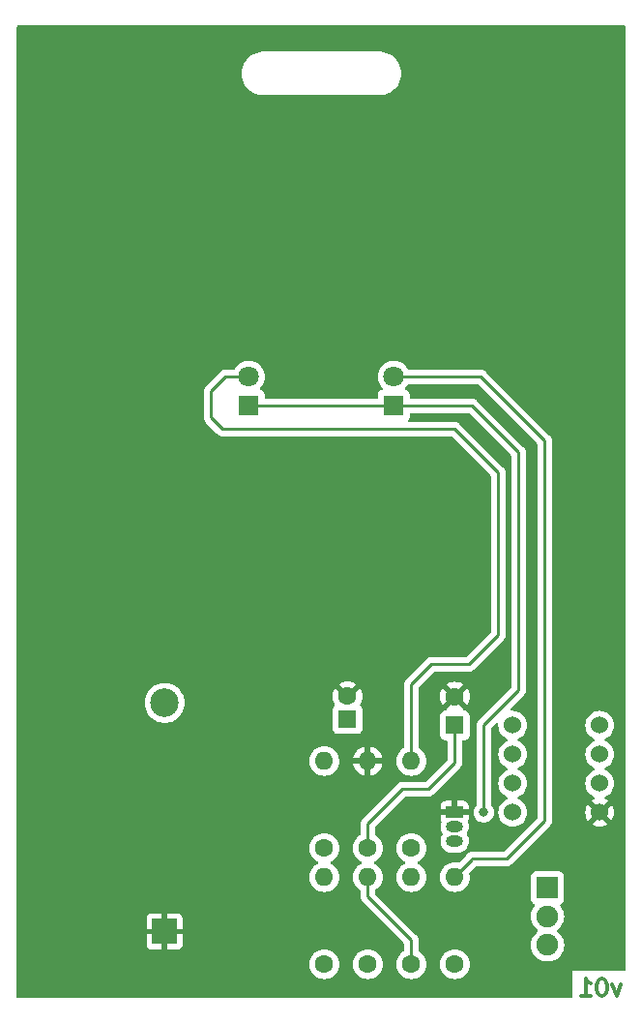
<source format=gbr>
%TF.GenerationSoftware,KiCad,Pcbnew,7.0.9*%
%TF.CreationDate,2023-12-18T18:13:51+05:30*%
%TF.ProjectId,555Badge,35353542-6164-4676-952e-6b696361645f,v01*%
%TF.SameCoordinates,Original*%
%TF.FileFunction,Copper,L2,Bot*%
%TF.FilePolarity,Positive*%
%FSLAX46Y46*%
G04 Gerber Fmt 4.6, Leading zero omitted, Abs format (unit mm)*
G04 Created by KiCad (PCBNEW 7.0.9) date 2023-12-18 18:13:51*
%MOMM*%
%LPD*%
G01*
G04 APERTURE LIST*
%ADD10C,0.375000*%
%TA.AperFunction,NonConductor*%
%ADD11C,0.375000*%
%TD*%
%TA.AperFunction,ComponentPad*%
%ADD12R,1.600000X1.600000*%
%TD*%
%TA.AperFunction,ComponentPad*%
%ADD13C,1.600000*%
%TD*%
%TA.AperFunction,ComponentPad*%
%ADD14R,1.500000X1.000000*%
%TD*%
%TA.AperFunction,ComponentPad*%
%ADD15O,1.500000X1.000000*%
%TD*%
%TA.AperFunction,ComponentPad*%
%ADD16O,1.600000X1.600000*%
%TD*%
%TA.AperFunction,ComponentPad*%
%ADD17C,1.524000*%
%TD*%
%TA.AperFunction,ComponentPad*%
%ADD18R,1.800000X1.800000*%
%TD*%
%TA.AperFunction,ComponentPad*%
%ADD19C,1.800000*%
%TD*%
%TA.AperFunction,ComponentPad*%
%ADD20R,2.170000X2.170000*%
%TD*%
%TA.AperFunction,ComponentPad*%
%ADD21C,2.500000*%
%TD*%
%TA.AperFunction,ComponentPad*%
%ADD22R,1.900000X1.900000*%
%TD*%
%TA.AperFunction,ComponentPad*%
%ADD23C,1.900000*%
%TD*%
%TA.AperFunction,ViaPad*%
%ADD24C,0.800000*%
%TD*%
%TA.AperFunction,Conductor*%
%ADD25C,0.254000*%
%TD*%
G04 APERTURE END LIST*
D10*
D11*
X180133004Y-125542928D02*
X179775861Y-126542928D01*
X179775861Y-126542928D02*
X179418718Y-125542928D01*
X178561575Y-125042928D02*
X178418718Y-125042928D01*
X178418718Y-125042928D02*
X178275861Y-125114357D01*
X178275861Y-125114357D02*
X178204433Y-125185785D01*
X178204433Y-125185785D02*
X178133004Y-125328642D01*
X178133004Y-125328642D02*
X178061575Y-125614357D01*
X178061575Y-125614357D02*
X178061575Y-125971500D01*
X178061575Y-125971500D02*
X178133004Y-126257214D01*
X178133004Y-126257214D02*
X178204433Y-126400071D01*
X178204433Y-126400071D02*
X178275861Y-126471500D01*
X178275861Y-126471500D02*
X178418718Y-126542928D01*
X178418718Y-126542928D02*
X178561575Y-126542928D01*
X178561575Y-126542928D02*
X178704433Y-126471500D01*
X178704433Y-126471500D02*
X178775861Y-126400071D01*
X178775861Y-126400071D02*
X178847290Y-126257214D01*
X178847290Y-126257214D02*
X178918718Y-125971500D01*
X178918718Y-125971500D02*
X178918718Y-125614357D01*
X178918718Y-125614357D02*
X178847290Y-125328642D01*
X178847290Y-125328642D02*
X178775861Y-125185785D01*
X178775861Y-125185785D02*
X178704433Y-125114357D01*
X178704433Y-125114357D02*
X178561575Y-125042928D01*
X176633004Y-126542928D02*
X177490147Y-126542928D01*
X177061576Y-126542928D02*
X177061576Y-125042928D01*
X177061576Y-125042928D02*
X177204433Y-125257214D01*
X177204433Y-125257214D02*
X177347290Y-125400071D01*
X177347290Y-125400071D02*
X177490147Y-125471500D01*
D12*
%TO.P,C1,1*%
%TO.N,Net-(U1-THRESH)*%
X156210000Y-102330000D03*
D13*
%TO.P,C1,2*%
%TO.N,GND*%
X156210000Y-100330000D03*
%TD*%
D14*
%TO.P,Q1,1,E*%
%TO.N,GND*%
X165608000Y-110490000D03*
D15*
%TO.P,Q1,2,B*%
%TO.N,Net-(Q1-B)*%
X165608000Y-111760000D03*
%TO.P,Q1,3,C*%
%TO.N,Net-(D1-K)*%
X165608000Y-113030000D03*
%TD*%
D13*
%TO.P,R6,1*%
%TO.N,VCC*%
X161798000Y-113618000D03*
D16*
%TO.P,R6,2*%
%TO.N,Net-(D1-A)*%
X161798000Y-105998000D03*
%TD*%
D12*
%TO.P,C2,1*%
%TO.N,Net-(C2-Pad1)*%
X165608000Y-102870000D03*
D13*
%TO.P,C2,2*%
%TO.N,GND*%
X165608000Y-100370000D03*
%TD*%
%TO.P,R7,1*%
%TO.N,VCC*%
X165608000Y-123778000D03*
D16*
%TO.P,R7,2*%
%TO.N,Net-(D2-A)*%
X165608000Y-116158000D03*
%TD*%
D13*
%TO.P,R3,1*%
%TO.N,Net-(U1-OUT)*%
X157988000Y-123778000D03*
D16*
%TO.P,R3,2*%
%TO.N,Net-(C2-Pad1)*%
X157988000Y-116158000D03*
%TD*%
D17*
%TO.P,U1,1,GND*%
%TO.N,GND*%
X178308000Y-110490000D03*
%TO.P,U1,2,~{TRIG}*%
%TO.N,Net-(U1-THRESH)*%
X178308000Y-107950000D03*
%TO.P,U1,3,OUT*%
%TO.N,Net-(U1-OUT)*%
X178308000Y-105410000D03*
%TO.P,U1,4,~{RST}*%
%TO.N,VCC*%
X178308000Y-102870000D03*
%TO.P,U1,5,CV*%
%TO.N,unconnected-(U1-CV-Pad5)*%
X170688000Y-102870000D03*
%TO.P,U1,6,THRESH*%
%TO.N,Net-(U1-THRESH)*%
X170688000Y-105410000D03*
%TO.P,U1,7,DIS*%
%TO.N,Net-(U1-DIS)*%
X170688000Y-107950000D03*
%TO.P,U1,8,VDD*%
%TO.N,VCC*%
X170688000Y-110490000D03*
%TD*%
D13*
%TO.P,R1,1*%
%TO.N,VCC*%
X154178000Y-123778000D03*
D16*
%TO.P,R1,2*%
%TO.N,Net-(U1-DIS)*%
X154178000Y-116158000D03*
%TD*%
D18*
%TO.P,D1,1,K*%
%TO.N,Net-(D1-K)*%
X147574000Y-74930000D03*
D19*
%TO.P,D1,2,A*%
%TO.N,Net-(D1-A)*%
X147574000Y-72390000D03*
%TD*%
D13*
%TO.P,R4,1*%
%TO.N,Net-(C2-Pad1)*%
X157988000Y-113618000D03*
D16*
%TO.P,R4,2*%
%TO.N,GND*%
X157988000Y-105998000D03*
%TD*%
D18*
%TO.P,D2,1,K*%
%TO.N,Net-(D1-K)*%
X160274000Y-74930000D03*
D19*
%TO.P,D2,2,A*%
%TO.N,Net-(D2-A)*%
X160274000Y-72390000D03*
%TD*%
D20*
%TO.P,BAT1,Neg*%
%TO.N,GND*%
X140208000Y-120918000D03*
D21*
%TO.P,BAT1,Pos*%
%TO.N,Net-(BAT1-PadPos)*%
X140208000Y-100918000D03*
%TD*%
D13*
%TO.P,R2,1*%
%TO.N,Net-(U1-DIS)*%
X154178000Y-113618000D03*
D16*
%TO.P,R2,2*%
%TO.N,Net-(U1-THRESH)*%
X154178000Y-105998000D03*
%TD*%
D22*
%TO.P,S1,1*%
%TO.N,Net-(BAT1-PadPos)*%
X173736000Y-117094000D03*
D23*
%TO.P,S1,2*%
%TO.N,VCC*%
X173736000Y-119594000D03*
%TO.P,S1,3*%
%TO.N,unconnected-(S1-Pad3)*%
X173736000Y-122094000D03*
%TD*%
D13*
%TO.P,R5,1*%
%TO.N,Net-(C2-Pad1)*%
X161798000Y-123778000D03*
D16*
%TO.P,R5,2*%
%TO.N,Net-(Q1-B)*%
X161798000Y-116158000D03*
%TD*%
D24*
%TO.N,Net-(D1-K)*%
X168148000Y-110490000D03*
%TD*%
D25*
%TO.N,Net-(C2-Pad1)*%
X157988000Y-113618000D02*
X157988000Y-111506000D01*
X157988000Y-117856000D02*
X161798000Y-121666000D01*
X165608000Y-106172000D02*
X165608000Y-102870000D01*
X161798000Y-121666000D02*
X161798000Y-123778000D01*
X157988000Y-116158000D02*
X157988000Y-117856000D01*
X163322000Y-108458000D02*
X165608000Y-106172000D01*
X161036000Y-108458000D02*
X163322000Y-108458000D01*
X157988000Y-111506000D02*
X161036000Y-108458000D01*
%TO.N,Net-(D1-K)*%
X168148000Y-102870000D02*
X171196000Y-99822000D01*
X167132000Y-74930000D02*
X147574000Y-74930000D01*
X171196000Y-78994000D02*
X167132000Y-74930000D01*
X171196000Y-99822000D02*
X171196000Y-78994000D01*
X168148000Y-110490000D02*
X168148000Y-102870000D01*
%TO.N,Net-(D1-A)*%
X144272000Y-73660000D02*
X144272000Y-75946000D01*
X166878000Y-97536000D02*
X163576000Y-97536000D01*
X145542000Y-72390000D02*
X144272000Y-73660000D01*
X145288000Y-76962000D02*
X165608000Y-76962000D01*
X144272000Y-75946000D02*
X145288000Y-76962000D01*
X147574000Y-72390000D02*
X145542000Y-72390000D01*
X163576000Y-97536000D02*
X161798000Y-99314000D01*
X165608000Y-76962000D02*
X169418000Y-80772000D01*
X161798000Y-99314000D02*
X161798000Y-105998000D01*
X169418000Y-80772000D02*
X169418000Y-94996000D01*
X169418000Y-94996000D02*
X166878000Y-97536000D01*
%TO.N,Net-(D2-A)*%
X167132000Y-114554000D02*
X167132000Y-114634000D01*
X170180000Y-114554000D02*
X167132000Y-114554000D01*
X167894000Y-72390000D02*
X173482000Y-77978000D01*
X167132000Y-114634000D02*
X165608000Y-116158000D01*
X173482000Y-111252000D02*
X170180000Y-114554000D01*
X173482000Y-77978000D02*
X173482000Y-111252000D01*
X160274000Y-72390000D02*
X167894000Y-72390000D01*
%TD*%
%TA.AperFunction,Conductor*%
%TO.N,GND*%
G36*
X180537039Y-41675685D02*
G01*
X180582794Y-41728489D01*
X180594000Y-41780000D01*
X180594000Y-124226127D01*
X180574315Y-124293166D01*
X180521511Y-124338921D01*
X180470000Y-124350127D01*
X175945004Y-124350127D01*
X175945004Y-126622000D01*
X175925319Y-126689039D01*
X175872515Y-126734794D01*
X175821004Y-126746000D01*
X127378000Y-126746000D01*
X127310961Y-126726315D01*
X127265206Y-126673511D01*
X127254000Y-126622000D01*
X127254000Y-123778001D01*
X152872532Y-123778001D01*
X152892364Y-124004686D01*
X152892366Y-124004697D01*
X152951258Y-124224488D01*
X152951261Y-124224497D01*
X153047431Y-124430732D01*
X153047432Y-124430734D01*
X153177954Y-124617141D01*
X153338858Y-124778045D01*
X153338861Y-124778047D01*
X153525266Y-124908568D01*
X153731504Y-125004739D01*
X153951308Y-125063635D01*
X154113230Y-125077801D01*
X154177998Y-125083468D01*
X154178000Y-125083468D01*
X154178002Y-125083468D01*
X154234673Y-125078509D01*
X154404692Y-125063635D01*
X154624496Y-125004739D01*
X154830734Y-124908568D01*
X155017139Y-124778047D01*
X155178047Y-124617139D01*
X155308568Y-124430734D01*
X155404739Y-124224496D01*
X155463635Y-124004692D01*
X155483468Y-123778001D01*
X156682532Y-123778001D01*
X156702364Y-124004686D01*
X156702366Y-124004697D01*
X156761258Y-124224488D01*
X156761261Y-124224497D01*
X156857431Y-124430732D01*
X156857432Y-124430734D01*
X156987954Y-124617141D01*
X157148858Y-124778045D01*
X157148861Y-124778047D01*
X157335266Y-124908568D01*
X157541504Y-125004739D01*
X157761308Y-125063635D01*
X157923230Y-125077801D01*
X157987998Y-125083468D01*
X157988000Y-125083468D01*
X157988002Y-125083468D01*
X158044673Y-125078509D01*
X158214692Y-125063635D01*
X158434496Y-125004739D01*
X158640734Y-124908568D01*
X158827139Y-124778047D01*
X158988047Y-124617139D01*
X159118568Y-124430734D01*
X159214739Y-124224496D01*
X159273635Y-124004692D01*
X159293468Y-123778000D01*
X159273635Y-123551308D01*
X159214739Y-123331504D01*
X159118568Y-123125266D01*
X158988047Y-122938861D01*
X158988045Y-122938858D01*
X158827141Y-122777954D01*
X158640734Y-122647432D01*
X158640732Y-122647431D01*
X158434497Y-122551261D01*
X158434488Y-122551258D01*
X158214697Y-122492366D01*
X158214693Y-122492365D01*
X158214692Y-122492365D01*
X158214691Y-122492364D01*
X158214686Y-122492364D01*
X157988002Y-122472532D01*
X157987998Y-122472532D01*
X157761313Y-122492364D01*
X157761302Y-122492366D01*
X157541511Y-122551258D01*
X157541502Y-122551261D01*
X157335267Y-122647431D01*
X157335265Y-122647432D01*
X157148858Y-122777954D01*
X156987954Y-122938858D01*
X156857432Y-123125265D01*
X156857431Y-123125267D01*
X156761261Y-123331502D01*
X156761258Y-123331511D01*
X156702366Y-123551302D01*
X156702364Y-123551313D01*
X156682532Y-123777998D01*
X156682532Y-123778001D01*
X155483468Y-123778001D01*
X155483468Y-123778000D01*
X155463635Y-123551308D01*
X155404739Y-123331504D01*
X155308568Y-123125266D01*
X155178047Y-122938861D01*
X155178045Y-122938858D01*
X155017141Y-122777954D01*
X154830734Y-122647432D01*
X154830732Y-122647431D01*
X154624497Y-122551261D01*
X154624488Y-122551258D01*
X154404697Y-122492366D01*
X154404693Y-122492365D01*
X154404692Y-122492365D01*
X154404691Y-122492364D01*
X154404686Y-122492364D01*
X154178002Y-122472532D01*
X154177998Y-122472532D01*
X153951313Y-122492364D01*
X153951302Y-122492366D01*
X153731511Y-122551258D01*
X153731502Y-122551261D01*
X153525267Y-122647431D01*
X153525265Y-122647432D01*
X153338858Y-122777954D01*
X153177954Y-122938858D01*
X153047432Y-123125265D01*
X153047431Y-123125267D01*
X152951261Y-123331502D01*
X152951258Y-123331511D01*
X152892366Y-123551302D01*
X152892364Y-123551313D01*
X152872532Y-123777998D01*
X152872532Y-123778001D01*
X127254000Y-123778001D01*
X127254000Y-122050844D01*
X138623000Y-122050844D01*
X138629401Y-122110372D01*
X138629403Y-122110379D01*
X138679645Y-122245086D01*
X138679649Y-122245093D01*
X138765809Y-122360187D01*
X138765812Y-122360190D01*
X138880906Y-122446350D01*
X138880913Y-122446354D01*
X139015620Y-122496596D01*
X139015627Y-122496598D01*
X139075155Y-122502999D01*
X139075172Y-122503000D01*
X139958000Y-122503000D01*
X139958000Y-121447646D01*
X140055284Y-121487943D01*
X140169656Y-121503000D01*
X140246344Y-121503000D01*
X140360716Y-121487943D01*
X140458000Y-121447646D01*
X140458000Y-122503000D01*
X141340828Y-122503000D01*
X141340844Y-122502999D01*
X141400372Y-122496598D01*
X141400379Y-122496596D01*
X141535086Y-122446354D01*
X141535093Y-122446350D01*
X141650187Y-122360190D01*
X141650190Y-122360187D01*
X141736350Y-122245093D01*
X141736354Y-122245086D01*
X141786596Y-122110379D01*
X141786598Y-122110372D01*
X141792999Y-122050844D01*
X141793000Y-122050827D01*
X141793000Y-121168000D01*
X140737647Y-121168000D01*
X140777943Y-121070716D01*
X140798048Y-120918000D01*
X140777943Y-120765284D01*
X140737647Y-120668000D01*
X141793000Y-120668000D01*
X141793000Y-119785172D01*
X141792999Y-119785155D01*
X141786598Y-119725627D01*
X141786596Y-119725620D01*
X141736354Y-119590913D01*
X141736350Y-119590906D01*
X141650190Y-119475812D01*
X141650187Y-119475809D01*
X141535093Y-119389649D01*
X141535086Y-119389645D01*
X141400379Y-119339403D01*
X141400372Y-119339401D01*
X141340844Y-119333000D01*
X140458000Y-119333000D01*
X140458000Y-120388353D01*
X140360716Y-120348057D01*
X140246344Y-120333000D01*
X140169656Y-120333000D01*
X140055284Y-120348057D01*
X139958000Y-120388353D01*
X139958000Y-119333000D01*
X139075155Y-119333000D01*
X139015627Y-119339401D01*
X139015620Y-119339403D01*
X138880913Y-119389645D01*
X138880906Y-119389649D01*
X138765812Y-119475809D01*
X138765809Y-119475812D01*
X138679649Y-119590906D01*
X138679645Y-119590913D01*
X138629403Y-119725620D01*
X138629401Y-119725627D01*
X138623000Y-119785155D01*
X138623000Y-120668000D01*
X139678353Y-120668000D01*
X139638057Y-120765284D01*
X139617952Y-120918000D01*
X139638057Y-121070716D01*
X139678353Y-121168000D01*
X138623000Y-121168000D01*
X138623000Y-122050844D01*
X127254000Y-122050844D01*
X127254000Y-116158001D01*
X152872532Y-116158001D01*
X152892364Y-116384686D01*
X152892366Y-116384697D01*
X152951258Y-116604488D01*
X152951261Y-116604497D01*
X153047431Y-116810732D01*
X153047432Y-116810734D01*
X153177954Y-116997141D01*
X153338858Y-117158045D01*
X153338861Y-117158047D01*
X153525266Y-117288568D01*
X153731504Y-117384739D01*
X153951308Y-117443635D01*
X154113230Y-117457801D01*
X154177998Y-117463468D01*
X154178000Y-117463468D01*
X154178002Y-117463468D01*
X154234673Y-117458509D01*
X154404692Y-117443635D01*
X154624496Y-117384739D01*
X154830734Y-117288568D01*
X155017139Y-117158047D01*
X155178047Y-116997139D01*
X155308568Y-116810734D01*
X155404739Y-116604496D01*
X155463635Y-116384692D01*
X155483468Y-116158001D01*
X156682532Y-116158001D01*
X156702364Y-116384686D01*
X156702366Y-116384697D01*
X156761258Y-116604488D01*
X156761261Y-116604497D01*
X156857431Y-116810732D01*
X156857432Y-116810734D01*
X156987954Y-116997141D01*
X157148858Y-117158045D01*
X157307623Y-117269212D01*
X157351248Y-117323788D01*
X157360500Y-117370787D01*
X157360500Y-117773032D01*
X157358772Y-117788681D01*
X157359054Y-117788708D01*
X157358319Y-117796475D01*
X157360500Y-117865859D01*
X157360500Y-117895477D01*
X157361371Y-117902380D01*
X157361829Y-117908199D01*
X157363298Y-117954942D01*
X157368916Y-117974275D01*
X157372862Y-117993329D01*
X157375383Y-118013287D01*
X157375386Y-118013299D01*
X157392595Y-118056765D01*
X157394487Y-118062293D01*
X157407530Y-118107187D01*
X157407530Y-118107188D01*
X157417777Y-118124515D01*
X157426335Y-118141985D01*
X157433745Y-118160701D01*
X157461229Y-118198529D01*
X157464437Y-118203413D01*
X157488234Y-118243652D01*
X157488240Y-118243660D01*
X157502469Y-118257888D01*
X157515109Y-118272687D01*
X157526934Y-118288964D01*
X157526936Y-118288965D01*
X157526937Y-118288967D01*
X157562957Y-118318765D01*
X157567268Y-118322687D01*
X159531309Y-120286728D01*
X161134181Y-121889600D01*
X161167666Y-121950923D01*
X161170500Y-121977281D01*
X161170500Y-122565212D01*
X161150815Y-122632251D01*
X161117623Y-122666787D01*
X160958858Y-122777954D01*
X160797954Y-122938858D01*
X160667432Y-123125265D01*
X160667431Y-123125267D01*
X160571261Y-123331502D01*
X160571258Y-123331511D01*
X160512366Y-123551302D01*
X160512364Y-123551313D01*
X160492532Y-123777998D01*
X160492532Y-123778001D01*
X160512364Y-124004686D01*
X160512366Y-124004697D01*
X160571258Y-124224488D01*
X160571261Y-124224497D01*
X160667431Y-124430732D01*
X160667432Y-124430734D01*
X160797954Y-124617141D01*
X160958858Y-124778045D01*
X160958861Y-124778047D01*
X161145266Y-124908568D01*
X161351504Y-125004739D01*
X161571308Y-125063635D01*
X161733230Y-125077801D01*
X161797998Y-125083468D01*
X161798000Y-125083468D01*
X161798002Y-125083468D01*
X161854673Y-125078509D01*
X162024692Y-125063635D01*
X162244496Y-125004739D01*
X162450734Y-124908568D01*
X162637139Y-124778047D01*
X162798047Y-124617139D01*
X162928568Y-124430734D01*
X163024739Y-124224496D01*
X163083635Y-124004692D01*
X163103468Y-123778001D01*
X164302532Y-123778001D01*
X164322364Y-124004686D01*
X164322366Y-124004697D01*
X164381258Y-124224488D01*
X164381261Y-124224497D01*
X164477431Y-124430732D01*
X164477432Y-124430734D01*
X164607954Y-124617141D01*
X164768858Y-124778045D01*
X164768861Y-124778047D01*
X164955266Y-124908568D01*
X165161504Y-125004739D01*
X165381308Y-125063635D01*
X165543230Y-125077801D01*
X165607998Y-125083468D01*
X165608000Y-125083468D01*
X165608002Y-125083468D01*
X165664673Y-125078509D01*
X165834692Y-125063635D01*
X166054496Y-125004739D01*
X166260734Y-124908568D01*
X166447139Y-124778047D01*
X166608047Y-124617139D01*
X166738568Y-124430734D01*
X166834739Y-124224496D01*
X166893635Y-124004692D01*
X166913468Y-123778000D01*
X166893635Y-123551308D01*
X166834739Y-123331504D01*
X166738568Y-123125266D01*
X166608047Y-122938861D01*
X166608045Y-122938858D01*
X166447141Y-122777954D01*
X166260734Y-122647432D01*
X166260732Y-122647431D01*
X166054497Y-122551261D01*
X166054488Y-122551258D01*
X165834697Y-122492366D01*
X165834693Y-122492365D01*
X165834692Y-122492365D01*
X165834691Y-122492364D01*
X165834686Y-122492364D01*
X165608002Y-122472532D01*
X165607998Y-122472532D01*
X165381313Y-122492364D01*
X165381302Y-122492366D01*
X165161511Y-122551258D01*
X165161502Y-122551261D01*
X164955267Y-122647431D01*
X164955265Y-122647432D01*
X164768858Y-122777954D01*
X164607954Y-122938858D01*
X164477432Y-123125265D01*
X164477431Y-123125267D01*
X164381261Y-123331502D01*
X164381258Y-123331511D01*
X164322366Y-123551302D01*
X164322364Y-123551313D01*
X164302532Y-123777998D01*
X164302532Y-123778001D01*
X163103468Y-123778001D01*
X163103468Y-123778000D01*
X163083635Y-123551308D01*
X163024739Y-123331504D01*
X162928568Y-123125266D01*
X162798047Y-122938861D01*
X162798045Y-122938858D01*
X162637141Y-122777954D01*
X162478377Y-122666787D01*
X162434752Y-122612210D01*
X162425500Y-122565212D01*
X162425500Y-122094005D01*
X172280529Y-122094005D01*
X172300379Y-122333559D01*
X172359389Y-122566589D01*
X172455951Y-122786729D01*
X172555343Y-122938858D01*
X172587429Y-122987969D01*
X172750236Y-123164825D01*
X172750239Y-123164827D01*
X172750242Y-123164830D01*
X172939924Y-123312466D01*
X172939930Y-123312470D01*
X172939933Y-123312472D01*
X173151344Y-123426882D01*
X173151347Y-123426883D01*
X173378699Y-123504933D01*
X173378701Y-123504933D01*
X173378703Y-123504934D01*
X173615808Y-123544500D01*
X173615809Y-123544500D01*
X173856191Y-123544500D01*
X173856192Y-123544500D01*
X174093297Y-123504934D01*
X174320656Y-123426882D01*
X174532067Y-123312472D01*
X174721764Y-123164825D01*
X174884571Y-122987969D01*
X175016049Y-122786728D01*
X175112610Y-122566591D01*
X175171620Y-122333563D01*
X175190114Y-122110379D01*
X175191471Y-122094005D01*
X175191471Y-122093994D01*
X175171620Y-121854440D01*
X175171620Y-121854437D01*
X175112610Y-121621409D01*
X175016049Y-121401272D01*
X174972899Y-121335227D01*
X174884572Y-121200033D01*
X174884571Y-121200031D01*
X174721764Y-121023175D01*
X174617281Y-120941852D01*
X174576469Y-120885143D01*
X174572794Y-120815370D01*
X174607425Y-120754687D01*
X174617275Y-120746151D01*
X174721764Y-120664825D01*
X174884571Y-120487969D01*
X175016049Y-120286728D01*
X175112610Y-120066591D01*
X175171620Y-119833563D01*
X175191471Y-119594000D01*
X175191215Y-119590913D01*
X175171620Y-119354440D01*
X175171620Y-119354437D01*
X175112610Y-119121409D01*
X175016049Y-118901272D01*
X174884571Y-118700031D01*
X174875240Y-118689895D01*
X174844320Y-118627241D01*
X174852181Y-118557815D01*
X174896328Y-118503660D01*
X174923140Y-118489732D01*
X174928331Y-118487796D01*
X175043546Y-118401546D01*
X175129796Y-118286331D01*
X175180091Y-118151483D01*
X175186500Y-118091873D01*
X175186499Y-116096128D01*
X175180091Y-116036517D01*
X175140852Y-115931313D01*
X175129797Y-115901671D01*
X175129793Y-115901664D01*
X175043547Y-115786455D01*
X175043544Y-115786452D01*
X174928335Y-115700206D01*
X174928328Y-115700202D01*
X174793482Y-115649908D01*
X174793483Y-115649908D01*
X174733883Y-115643501D01*
X174733881Y-115643500D01*
X174733873Y-115643500D01*
X174733864Y-115643500D01*
X172738129Y-115643500D01*
X172738123Y-115643501D01*
X172678516Y-115649908D01*
X172543671Y-115700202D01*
X172543664Y-115700206D01*
X172428455Y-115786452D01*
X172428452Y-115786455D01*
X172342206Y-115901664D01*
X172342202Y-115901671D01*
X172291908Y-116036517D01*
X172285501Y-116096116D01*
X172285501Y-116096123D01*
X172285500Y-116096135D01*
X172285500Y-118091870D01*
X172285501Y-118091876D01*
X172291908Y-118151483D01*
X172342202Y-118286328D01*
X172342206Y-118286335D01*
X172428452Y-118401544D01*
X172428455Y-118401547D01*
X172543664Y-118487793D01*
X172543666Y-118487794D01*
X172543669Y-118487796D01*
X172548856Y-118489730D01*
X172604790Y-118531597D01*
X172629211Y-118597060D01*
X172614364Y-118665334D01*
X172596762Y-118689893D01*
X172587426Y-118700034D01*
X172455951Y-118901270D01*
X172359389Y-119121410D01*
X172300379Y-119354440D01*
X172280529Y-119593994D01*
X172280529Y-119594005D01*
X172300379Y-119833559D01*
X172359389Y-120066589D01*
X172455951Y-120286729D01*
X172486182Y-120333000D01*
X172587429Y-120487969D01*
X172750236Y-120664825D01*
X172854718Y-120746147D01*
X172895531Y-120802857D01*
X172899206Y-120872630D01*
X172864575Y-120933313D01*
X172854724Y-120941848D01*
X172780294Y-120999779D01*
X172750237Y-121023174D01*
X172587430Y-121200029D01*
X172587427Y-121200033D01*
X172455951Y-121401270D01*
X172359389Y-121621410D01*
X172300379Y-121854440D01*
X172280529Y-122093994D01*
X172280529Y-122094005D01*
X162425500Y-122094005D01*
X162425500Y-121748964D01*
X162427228Y-121733313D01*
X162426946Y-121733287D01*
X162427680Y-121725524D01*
X162425500Y-121656140D01*
X162425500Y-121626530D01*
X162425500Y-121626524D01*
X162424626Y-121619607D01*
X162424169Y-121613792D01*
X162422701Y-121567058D01*
X162417082Y-121547718D01*
X162413139Y-121528685D01*
X162410616Y-121508707D01*
X162393403Y-121465234D01*
X162391514Y-121459714D01*
X162378467Y-121414806D01*
X162368220Y-121397480D01*
X162359659Y-121380004D01*
X162352253Y-121361297D01*
X162324773Y-121323474D01*
X162321569Y-121318596D01*
X162297764Y-121278344D01*
X162297761Y-121278341D01*
X162297760Y-121278339D01*
X162283527Y-121264107D01*
X162270891Y-121249314D01*
X162259063Y-121233033D01*
X162259061Y-121233030D01*
X162223042Y-121203233D01*
X162218719Y-121199299D01*
X158651819Y-117632399D01*
X158618334Y-117571076D01*
X158615500Y-117544718D01*
X158615500Y-117370787D01*
X158635185Y-117303748D01*
X158668377Y-117269212D01*
X158827139Y-117158047D01*
X158988047Y-116997139D01*
X159118568Y-116810734D01*
X159214739Y-116604496D01*
X159273635Y-116384692D01*
X159293468Y-116158001D01*
X160492532Y-116158001D01*
X160512364Y-116384686D01*
X160512366Y-116384697D01*
X160571258Y-116604488D01*
X160571261Y-116604497D01*
X160667431Y-116810732D01*
X160667432Y-116810734D01*
X160797954Y-116997141D01*
X160958858Y-117158045D01*
X160958861Y-117158047D01*
X161145266Y-117288568D01*
X161351504Y-117384739D01*
X161571308Y-117443635D01*
X161733230Y-117457801D01*
X161797998Y-117463468D01*
X161798000Y-117463468D01*
X161798002Y-117463468D01*
X161854673Y-117458509D01*
X162024692Y-117443635D01*
X162244496Y-117384739D01*
X162450734Y-117288568D01*
X162637139Y-117158047D01*
X162798047Y-116997139D01*
X162928568Y-116810734D01*
X163024739Y-116604496D01*
X163083635Y-116384692D01*
X163103468Y-116158000D01*
X163083635Y-115931308D01*
X163024739Y-115711504D01*
X162928568Y-115505266D01*
X162798047Y-115318861D01*
X162798045Y-115318858D01*
X162637141Y-115157954D01*
X162450734Y-115027432D01*
X162450728Y-115027429D01*
X162392725Y-115000382D01*
X162340285Y-114954210D01*
X162321133Y-114887017D01*
X162341348Y-114820135D01*
X162392725Y-114775618D01*
X162450734Y-114748568D01*
X162637139Y-114618047D01*
X162798047Y-114457139D01*
X162928568Y-114270734D01*
X163024739Y-114064496D01*
X163083635Y-113844692D01*
X163103468Y-113618000D01*
X163083635Y-113391308D01*
X163024739Y-113171504D01*
X162982506Y-113080936D01*
X164353631Y-113080936D01*
X164384442Y-113282063D01*
X164384445Y-113282075D01*
X164455111Y-113472881D01*
X164455115Y-113472888D01*
X164562745Y-113645567D01*
X164562747Y-113645569D01*
X164562748Y-113645571D01*
X164702941Y-113793053D01*
X164831344Y-113882424D01*
X164869949Y-113909294D01*
X164869950Y-113909294D01*
X164869951Y-113909295D01*
X165056942Y-113989540D01*
X165256259Y-114030500D01*
X165908743Y-114030500D01*
X166060439Y-114015074D01*
X166254579Y-113954162D01*
X166254580Y-113954161D01*
X166254588Y-113954159D01*
X166432502Y-113855409D01*
X166586895Y-113722866D01*
X166711448Y-113561958D01*
X166801060Y-113379271D01*
X166852063Y-113182285D01*
X166862369Y-112979064D01*
X166831556Y-112777929D01*
X166760886Y-112587113D01*
X166682575Y-112461474D01*
X166663821Y-112394170D01*
X166684431Y-112327409D01*
X166689741Y-112320000D01*
X166711448Y-112291958D01*
X166801060Y-112109271D01*
X166852063Y-111912285D01*
X166862369Y-111709064D01*
X166831556Y-111507929D01*
X166776663Y-111359714D01*
X166771840Y-111290013D01*
X166793683Y-111242333D01*
X166801351Y-111232090D01*
X166851597Y-111097376D01*
X166851598Y-111097372D01*
X166857999Y-111037844D01*
X166858000Y-111037827D01*
X166858000Y-110740000D01*
X165728837Y-110740000D01*
X165806264Y-110688264D01*
X165867045Y-110597300D01*
X165888388Y-110490000D01*
X165867045Y-110382700D01*
X165806264Y-110291736D01*
X165715300Y-110230955D01*
X165635088Y-110215000D01*
X165580912Y-110215000D01*
X165500700Y-110230955D01*
X165409736Y-110291736D01*
X165348955Y-110382700D01*
X165327612Y-110490000D01*
X165348955Y-110597300D01*
X165409736Y-110688264D01*
X165487163Y-110740000D01*
X164358000Y-110740000D01*
X164358000Y-111037844D01*
X164364401Y-111097372D01*
X164364403Y-111097379D01*
X164414645Y-111232086D01*
X164414648Y-111232092D01*
X164422272Y-111242276D01*
X164446688Y-111307741D01*
X164434334Y-111371190D01*
X164428892Y-111382285D01*
X164414940Y-111410729D01*
X164414939Y-111410732D01*
X164414938Y-111410732D01*
X164363938Y-111607706D01*
X164363937Y-111607712D01*
X164353631Y-111810936D01*
X164384442Y-112012063D01*
X164384445Y-112012075D01*
X164455111Y-112202881D01*
X164455112Y-112202883D01*
X164455114Y-112202887D01*
X164508330Y-112288265D01*
X164533423Y-112328524D01*
X164552178Y-112395829D01*
X164531568Y-112462590D01*
X164526247Y-112470013D01*
X164504556Y-112498035D01*
X164504551Y-112498043D01*
X164414940Y-112680728D01*
X164363937Y-112877714D01*
X164353631Y-113080936D01*
X162982506Y-113080936D01*
X162928568Y-112965266D01*
X162798047Y-112778861D01*
X162798045Y-112778858D01*
X162637141Y-112617954D01*
X162450734Y-112487432D01*
X162450732Y-112487431D01*
X162244497Y-112391261D01*
X162244488Y-112391258D01*
X162024697Y-112332366D01*
X162024693Y-112332365D01*
X162024692Y-112332365D01*
X162024691Y-112332364D01*
X162024686Y-112332364D01*
X161798002Y-112312532D01*
X161797998Y-112312532D01*
X161571313Y-112332364D01*
X161571302Y-112332366D01*
X161351511Y-112391258D01*
X161351502Y-112391261D01*
X161145267Y-112487431D01*
X161145265Y-112487432D01*
X160958858Y-112617954D01*
X160797954Y-112778858D01*
X160667432Y-112965265D01*
X160667431Y-112965267D01*
X160571261Y-113171502D01*
X160571258Y-113171511D01*
X160512366Y-113391302D01*
X160512364Y-113391313D01*
X160492532Y-113617998D01*
X160492532Y-113618001D01*
X160512364Y-113844686D01*
X160512366Y-113844697D01*
X160571258Y-114064488D01*
X160571261Y-114064497D01*
X160667431Y-114270732D01*
X160667432Y-114270734D01*
X160797954Y-114457141D01*
X160958858Y-114618045D01*
X160958861Y-114618047D01*
X161145266Y-114748568D01*
X161203275Y-114775618D01*
X161255714Y-114821791D01*
X161274866Y-114888984D01*
X161254650Y-114955865D01*
X161203275Y-115000382D01*
X161145267Y-115027431D01*
X161145265Y-115027432D01*
X160958858Y-115157954D01*
X160797954Y-115318858D01*
X160667432Y-115505265D01*
X160667431Y-115505267D01*
X160571261Y-115711502D01*
X160571258Y-115711511D01*
X160512366Y-115931302D01*
X160512364Y-115931313D01*
X160492532Y-116157998D01*
X160492532Y-116158001D01*
X159293468Y-116158001D01*
X159293468Y-116158000D01*
X159273635Y-115931308D01*
X159214739Y-115711504D01*
X159118568Y-115505266D01*
X158988047Y-115318861D01*
X158988045Y-115318858D01*
X158827141Y-115157954D01*
X158640734Y-115027432D01*
X158640728Y-115027429D01*
X158582725Y-115000382D01*
X158530285Y-114954210D01*
X158511133Y-114887017D01*
X158531348Y-114820135D01*
X158582725Y-114775618D01*
X158640734Y-114748568D01*
X158827139Y-114618047D01*
X158988047Y-114457139D01*
X159118568Y-114270734D01*
X159214739Y-114064496D01*
X159273635Y-113844692D01*
X159293468Y-113618000D01*
X159273635Y-113391308D01*
X159214739Y-113171504D01*
X159118568Y-112965266D01*
X158988047Y-112778861D01*
X158988045Y-112778858D01*
X158827141Y-112617954D01*
X158668377Y-112506787D01*
X158624752Y-112452210D01*
X158615500Y-112405212D01*
X158615500Y-111817281D01*
X158635185Y-111750242D01*
X158651819Y-111729600D01*
X160141419Y-110240000D01*
X164358000Y-110240000D01*
X165358000Y-110240000D01*
X165358000Y-109490000D01*
X165858000Y-109490000D01*
X165858000Y-110240000D01*
X166858000Y-110240000D01*
X166858000Y-109942172D01*
X166857999Y-109942155D01*
X166851598Y-109882627D01*
X166851596Y-109882620D01*
X166801354Y-109747913D01*
X166801350Y-109747906D01*
X166715190Y-109632812D01*
X166715187Y-109632809D01*
X166600093Y-109546649D01*
X166600086Y-109546645D01*
X166465379Y-109496403D01*
X166465372Y-109496401D01*
X166405844Y-109490000D01*
X165858000Y-109490000D01*
X165358000Y-109490000D01*
X164810155Y-109490000D01*
X164750627Y-109496401D01*
X164750620Y-109496403D01*
X164615913Y-109546645D01*
X164615906Y-109546649D01*
X164500812Y-109632809D01*
X164500809Y-109632812D01*
X164414649Y-109747906D01*
X164414645Y-109747913D01*
X164364403Y-109882620D01*
X164364401Y-109882627D01*
X164358000Y-109942155D01*
X164358000Y-110240000D01*
X160141419Y-110240000D01*
X161259600Y-109121819D01*
X161320923Y-109088334D01*
X161347281Y-109085500D01*
X163239033Y-109085500D01*
X163254681Y-109087227D01*
X163254708Y-109086946D01*
X163262475Y-109087680D01*
X163262476Y-109087679D01*
X163262477Y-109087680D01*
X163331860Y-109085500D01*
X163361476Y-109085500D01*
X163368378Y-109084627D01*
X163374190Y-109084169D01*
X163420943Y-109082701D01*
X163440272Y-109077084D01*
X163459328Y-109073137D01*
X163479293Y-109070616D01*
X163522770Y-109053401D01*
X163528276Y-109051516D01*
X163573191Y-109038468D01*
X163590515Y-109028221D01*
X163607983Y-109019663D01*
X163626703Y-109012253D01*
X163664542Y-108984759D01*
X163669391Y-108981574D01*
X163709656Y-108957763D01*
X163723897Y-108943520D01*
X163738678Y-108930897D01*
X163754967Y-108919063D01*
X163754969Y-108919059D01*
X163754971Y-108919059D01*
X163766845Y-108904703D01*
X163784776Y-108883028D01*
X163788689Y-108878728D01*
X165993043Y-106674374D01*
X166005325Y-106664537D01*
X166005144Y-106664318D01*
X166011152Y-106659346D01*
X166011162Y-106659340D01*
X166058677Y-106608741D01*
X166079623Y-106587796D01*
X166083892Y-106582290D01*
X166087676Y-106577859D01*
X166119693Y-106543767D01*
X166129389Y-106526128D01*
X166140073Y-106509861D01*
X166152408Y-106493962D01*
X166170978Y-106451046D01*
X166173534Y-106445827D01*
X166196072Y-106404834D01*
X166201081Y-106385322D01*
X166207378Y-106366932D01*
X166215373Y-106348459D01*
X166222689Y-106302257D01*
X166223864Y-106296583D01*
X166235500Y-106251272D01*
X166235500Y-106231141D01*
X166237027Y-106211741D01*
X166240175Y-106191867D01*
X166235775Y-106145321D01*
X166235500Y-106139483D01*
X166235500Y-104294499D01*
X166255185Y-104227460D01*
X166307989Y-104181705D01*
X166359500Y-104170499D01*
X166455871Y-104170499D01*
X166455872Y-104170499D01*
X166515483Y-104164091D01*
X166650331Y-104113796D01*
X166765546Y-104027546D01*
X166851796Y-103912331D01*
X166902091Y-103777483D01*
X166908500Y-103717873D01*
X166908499Y-102022128D01*
X166902091Y-101962517D01*
X166881331Y-101906857D01*
X166851797Y-101827671D01*
X166851793Y-101827664D01*
X166765547Y-101712455D01*
X166765544Y-101712452D01*
X166650335Y-101626206D01*
X166650328Y-101626202D01*
X166515482Y-101575908D01*
X166515483Y-101575908D01*
X166455883Y-101569501D01*
X166455881Y-101569500D01*
X166455873Y-101569500D01*
X166455864Y-101569500D01*
X166452548Y-101569322D01*
X166452627Y-101567847D01*
X166391215Y-101549815D01*
X166345460Y-101497011D01*
X166337969Y-101453522D01*
X165652401Y-100767953D01*
X165733148Y-100755165D01*
X165846045Y-100697641D01*
X165935641Y-100608045D01*
X165993165Y-100495148D01*
X166005953Y-100414400D01*
X166687025Y-101095472D01*
X166738136Y-101022478D01*
X166834264Y-100816331D01*
X166834269Y-100816317D01*
X166893139Y-100596610D01*
X166893141Y-100596599D01*
X166912966Y-100370002D01*
X166912966Y-100369997D01*
X166893141Y-100143400D01*
X166893139Y-100143389D01*
X166834269Y-99923682D01*
X166834265Y-99923673D01*
X166738133Y-99717516D01*
X166738131Y-99717512D01*
X166687026Y-99644526D01*
X166687025Y-99644526D01*
X166005953Y-100325598D01*
X165993165Y-100244852D01*
X165935641Y-100131955D01*
X165846045Y-100042359D01*
X165733148Y-99984835D01*
X165652400Y-99972046D01*
X166333472Y-99290974D01*
X166333471Y-99290973D01*
X166260483Y-99239866D01*
X166260481Y-99239865D01*
X166054326Y-99143734D01*
X166054317Y-99143730D01*
X165834610Y-99084860D01*
X165834599Y-99084858D01*
X165608002Y-99065034D01*
X165607998Y-99065034D01*
X165381400Y-99084858D01*
X165381389Y-99084860D01*
X165161682Y-99143730D01*
X165161673Y-99143734D01*
X164955513Y-99239868D01*
X164882527Y-99290972D01*
X164882526Y-99290973D01*
X165563600Y-99972046D01*
X165482852Y-99984835D01*
X165369955Y-100042359D01*
X165280359Y-100131955D01*
X165222835Y-100244852D01*
X165210046Y-100325599D01*
X164528973Y-99644526D01*
X164528972Y-99644527D01*
X164477868Y-99717513D01*
X164381734Y-99923673D01*
X164381730Y-99923682D01*
X164322860Y-100143389D01*
X164322858Y-100143400D01*
X164303034Y-100369997D01*
X164303034Y-100370002D01*
X164322858Y-100596599D01*
X164322860Y-100596610D01*
X164381730Y-100816317D01*
X164381734Y-100816326D01*
X164477865Y-101022481D01*
X164477866Y-101022483D01*
X164528973Y-101095471D01*
X164528974Y-101095472D01*
X165210046Y-100414399D01*
X165222835Y-100495148D01*
X165280359Y-100608045D01*
X165369955Y-100697641D01*
X165482852Y-100755165D01*
X165563599Y-100767953D01*
X164877351Y-101454200D01*
X164867505Y-101503194D01*
X164818889Y-101553376D01*
X164763367Y-101568048D01*
X164763423Y-101569099D01*
X164763429Y-101569146D01*
X164763426Y-101569146D01*
X164763436Y-101569324D01*
X164760123Y-101569501D01*
X164700516Y-101575908D01*
X164565671Y-101626202D01*
X164565664Y-101626206D01*
X164450455Y-101712452D01*
X164450452Y-101712455D01*
X164364206Y-101827664D01*
X164364202Y-101827671D01*
X164313908Y-101962517D01*
X164307501Y-102022116D01*
X164307501Y-102022123D01*
X164307500Y-102022135D01*
X164307500Y-103717870D01*
X164307501Y-103717876D01*
X164313908Y-103777483D01*
X164364202Y-103912328D01*
X164364206Y-103912335D01*
X164450452Y-104027544D01*
X164450455Y-104027547D01*
X164565664Y-104113793D01*
X164565671Y-104113797D01*
X164577128Y-104118070D01*
X164700517Y-104164091D01*
X164760127Y-104170500D01*
X164856500Y-104170499D01*
X164923538Y-104190183D01*
X164969294Y-104242986D01*
X164980500Y-104294499D01*
X164980500Y-105860719D01*
X164960815Y-105927758D01*
X164944181Y-105948400D01*
X163098400Y-107794181D01*
X163037077Y-107827666D01*
X163010719Y-107830500D01*
X161118967Y-107830500D01*
X161103318Y-107828772D01*
X161103292Y-107829054D01*
X161095524Y-107828319D01*
X161026140Y-107830500D01*
X160996522Y-107830500D01*
X160989618Y-107831371D01*
X160983800Y-107831829D01*
X160937057Y-107833298D01*
X160917713Y-107838918D01*
X160898669Y-107842862D01*
X160895709Y-107843235D01*
X160878707Y-107845384D01*
X160878703Y-107845385D01*
X160878700Y-107845386D01*
X160835235Y-107862594D01*
X160829710Y-107864485D01*
X160784809Y-107877531D01*
X160784806Y-107877533D01*
X160767480Y-107887779D01*
X160750010Y-107896337D01*
X160731298Y-107903745D01*
X160693463Y-107931233D01*
X160688580Y-107934440D01*
X160648346Y-107958234D01*
X160634106Y-107972474D01*
X160619320Y-107985102D01*
X160603033Y-107996936D01*
X160603032Y-107996936D01*
X160573227Y-108032963D01*
X160569295Y-108037285D01*
X157602953Y-111003626D01*
X157590669Y-111013469D01*
X157590849Y-111013687D01*
X157584838Y-111018659D01*
X157537322Y-111069258D01*
X157516375Y-111090205D01*
X157512106Y-111095709D01*
X157508315Y-111100147D01*
X157476308Y-111134230D01*
X157476305Y-111134234D01*
X157466606Y-111151877D01*
X157455928Y-111168133D01*
X157443594Y-111184034D01*
X157443589Y-111184042D01*
X157425025Y-111226943D01*
X157422454Y-111232191D01*
X157399927Y-111273167D01*
X157394920Y-111292668D01*
X157388621Y-111311064D01*
X157381893Y-111326612D01*
X157380625Y-111329544D01*
X157380624Y-111329546D01*
X157373312Y-111375716D01*
X157372127Y-111381438D01*
X157360500Y-111426723D01*
X157360500Y-111446858D01*
X157358973Y-111466257D01*
X157356031Y-111484834D01*
X157355825Y-111486133D01*
X157357886Y-111507936D01*
X157360225Y-111532677D01*
X157360500Y-111538515D01*
X157360500Y-112405212D01*
X157340815Y-112472251D01*
X157307623Y-112506787D01*
X157148858Y-112617954D01*
X156987954Y-112778858D01*
X156857432Y-112965265D01*
X156857431Y-112965267D01*
X156761261Y-113171502D01*
X156761258Y-113171511D01*
X156702366Y-113391302D01*
X156702364Y-113391313D01*
X156682532Y-113617998D01*
X156682532Y-113618001D01*
X156702364Y-113844686D01*
X156702366Y-113844697D01*
X156761258Y-114064488D01*
X156761261Y-114064497D01*
X156857431Y-114270732D01*
X156857432Y-114270734D01*
X156987954Y-114457141D01*
X157148858Y-114618045D01*
X157148861Y-114618047D01*
X157335266Y-114748568D01*
X157393275Y-114775618D01*
X157445714Y-114821791D01*
X157464866Y-114888984D01*
X157444650Y-114955865D01*
X157393275Y-115000382D01*
X157335267Y-115027431D01*
X157335265Y-115027432D01*
X157148858Y-115157954D01*
X156987954Y-115318858D01*
X156857432Y-115505265D01*
X156857431Y-115505267D01*
X156761261Y-115711502D01*
X156761258Y-115711511D01*
X156702366Y-115931302D01*
X156702364Y-115931313D01*
X156682532Y-116157998D01*
X156682532Y-116158001D01*
X155483468Y-116158001D01*
X155483468Y-116158000D01*
X155463635Y-115931308D01*
X155404739Y-115711504D01*
X155308568Y-115505266D01*
X155178047Y-115318861D01*
X155178045Y-115318858D01*
X155017141Y-115157954D01*
X154830734Y-115027432D01*
X154830728Y-115027429D01*
X154772725Y-115000382D01*
X154720285Y-114954210D01*
X154701133Y-114887017D01*
X154721348Y-114820135D01*
X154772725Y-114775618D01*
X154830734Y-114748568D01*
X155017139Y-114618047D01*
X155178047Y-114457139D01*
X155308568Y-114270734D01*
X155404739Y-114064496D01*
X155463635Y-113844692D01*
X155483468Y-113618000D01*
X155463635Y-113391308D01*
X155404739Y-113171504D01*
X155308568Y-112965266D01*
X155178047Y-112778861D01*
X155178045Y-112778858D01*
X155017141Y-112617954D01*
X154830734Y-112487432D01*
X154830732Y-112487431D01*
X154624497Y-112391261D01*
X154624488Y-112391258D01*
X154404697Y-112332366D01*
X154404693Y-112332365D01*
X154404692Y-112332365D01*
X154404691Y-112332364D01*
X154404686Y-112332364D01*
X154178002Y-112312532D01*
X154177998Y-112312532D01*
X153951313Y-112332364D01*
X153951302Y-112332366D01*
X153731511Y-112391258D01*
X153731502Y-112391261D01*
X153525267Y-112487431D01*
X153525265Y-112487432D01*
X153338858Y-112617954D01*
X153177954Y-112778858D01*
X153047432Y-112965265D01*
X153047431Y-112965267D01*
X152951261Y-113171502D01*
X152951258Y-113171511D01*
X152892366Y-113391302D01*
X152892364Y-113391313D01*
X152872532Y-113617998D01*
X152872532Y-113618001D01*
X152892364Y-113844686D01*
X152892366Y-113844697D01*
X152951258Y-114064488D01*
X152951261Y-114064497D01*
X153047431Y-114270732D01*
X153047432Y-114270734D01*
X153177954Y-114457141D01*
X153338858Y-114618045D01*
X153338861Y-114618047D01*
X153525266Y-114748568D01*
X153583275Y-114775618D01*
X153635714Y-114821791D01*
X153654866Y-114888984D01*
X153634650Y-114955865D01*
X153583275Y-115000382D01*
X153525267Y-115027431D01*
X153525265Y-115027432D01*
X153338858Y-115157954D01*
X153177954Y-115318858D01*
X153047432Y-115505265D01*
X153047431Y-115505267D01*
X152951261Y-115711502D01*
X152951258Y-115711511D01*
X152892366Y-115931302D01*
X152892364Y-115931313D01*
X152872532Y-116157998D01*
X152872532Y-116158001D01*
X127254000Y-116158001D01*
X127254000Y-105998001D01*
X152872532Y-105998001D01*
X152892364Y-106224686D01*
X152892366Y-106224697D01*
X152951258Y-106444488D01*
X152951261Y-106444497D01*
X153047431Y-106650732D01*
X153047432Y-106650734D01*
X153177954Y-106837141D01*
X153338858Y-106998045D01*
X153338861Y-106998047D01*
X153525266Y-107128568D01*
X153731504Y-107224739D01*
X153951308Y-107283635D01*
X154113230Y-107297801D01*
X154177998Y-107303468D01*
X154178000Y-107303468D01*
X154178002Y-107303468D01*
X154234673Y-107298509D01*
X154404692Y-107283635D01*
X154624496Y-107224739D01*
X154830734Y-107128568D01*
X155017139Y-106998047D01*
X155178047Y-106837139D01*
X155308568Y-106650734D01*
X155404739Y-106444496D01*
X155463635Y-106224692D01*
X155483468Y-105998000D01*
X155463635Y-105771308D01*
X155457389Y-105747999D01*
X156709127Y-105747999D01*
X156709128Y-105748000D01*
X157672314Y-105748000D01*
X157660359Y-105759955D01*
X157602835Y-105872852D01*
X157583014Y-105998000D01*
X157602835Y-106123148D01*
X157660359Y-106236045D01*
X157672314Y-106248000D01*
X156709128Y-106248000D01*
X156761730Y-106444317D01*
X156761734Y-106444326D01*
X156857865Y-106650482D01*
X156988342Y-106836820D01*
X157149179Y-106997657D01*
X157335517Y-107128134D01*
X157541673Y-107224265D01*
X157541682Y-107224269D01*
X157737999Y-107276872D01*
X157738000Y-107276871D01*
X157738000Y-106313686D01*
X157749955Y-106325641D01*
X157862852Y-106383165D01*
X157956519Y-106398000D01*
X158019481Y-106398000D01*
X158113148Y-106383165D01*
X158226045Y-106325641D01*
X158238000Y-106313686D01*
X158238000Y-107276872D01*
X158434317Y-107224269D01*
X158434326Y-107224265D01*
X158640482Y-107128134D01*
X158826820Y-106997657D01*
X158987657Y-106836820D01*
X159118134Y-106650482D01*
X159214265Y-106444326D01*
X159214269Y-106444317D01*
X159266872Y-106248000D01*
X158303686Y-106248000D01*
X158315641Y-106236045D01*
X158373165Y-106123148D01*
X158392986Y-105998000D01*
X158373165Y-105872852D01*
X158315641Y-105759955D01*
X158303686Y-105748000D01*
X159266872Y-105748000D01*
X159266872Y-105747999D01*
X159214269Y-105551682D01*
X159214265Y-105551673D01*
X159118134Y-105345517D01*
X158987657Y-105159179D01*
X158826820Y-104998342D01*
X158640482Y-104867865D01*
X158434328Y-104771734D01*
X158238000Y-104719127D01*
X158238000Y-105682314D01*
X158226045Y-105670359D01*
X158113148Y-105612835D01*
X158019481Y-105598000D01*
X157956519Y-105598000D01*
X157862852Y-105612835D01*
X157749955Y-105670359D01*
X157738000Y-105682314D01*
X157738000Y-104719127D01*
X157541671Y-104771734D01*
X157335517Y-104867865D01*
X157149179Y-104998342D01*
X156988342Y-105159179D01*
X156857865Y-105345517D01*
X156761734Y-105551673D01*
X156761730Y-105551682D01*
X156709127Y-105747999D01*
X155457389Y-105747999D01*
X155404739Y-105551504D01*
X155308568Y-105345266D01*
X155178047Y-105158861D01*
X155178045Y-105158858D01*
X155017141Y-104997954D01*
X154830734Y-104867432D01*
X154830732Y-104867431D01*
X154624497Y-104771261D01*
X154624488Y-104771258D01*
X154404697Y-104712366D01*
X154404693Y-104712365D01*
X154404692Y-104712365D01*
X154404691Y-104712364D01*
X154404686Y-104712364D01*
X154178002Y-104692532D01*
X154177998Y-104692532D01*
X153951313Y-104712364D01*
X153951302Y-104712366D01*
X153731511Y-104771258D01*
X153731502Y-104771261D01*
X153525267Y-104867431D01*
X153525265Y-104867432D01*
X153338858Y-104997954D01*
X153177954Y-105158858D01*
X153047432Y-105345265D01*
X153047431Y-105345267D01*
X152951261Y-105551502D01*
X152951258Y-105551511D01*
X152892366Y-105771302D01*
X152892364Y-105771313D01*
X152872532Y-105997998D01*
X152872532Y-105998001D01*
X127254000Y-105998001D01*
X127254000Y-100918004D01*
X138452592Y-100918004D01*
X138472196Y-101179620D01*
X138472197Y-101179625D01*
X138530576Y-101435402D01*
X138530578Y-101435411D01*
X138530580Y-101435416D01*
X138626432Y-101679643D01*
X138757614Y-101906857D01*
X138849545Y-102022135D01*
X138921198Y-102111985D01*
X139055220Y-102236338D01*
X139113521Y-102290433D01*
X139330296Y-102438228D01*
X139330301Y-102438230D01*
X139330302Y-102438231D01*
X139330303Y-102438232D01*
X139384117Y-102464147D01*
X139566673Y-102552061D01*
X139566674Y-102552061D01*
X139566677Y-102552063D01*
X139817385Y-102629396D01*
X140076818Y-102668500D01*
X140339182Y-102668500D01*
X140598615Y-102629396D01*
X140849323Y-102552063D01*
X141052527Y-102454205D01*
X141085696Y-102438232D01*
X141085696Y-102438231D01*
X141085704Y-102438228D01*
X141302479Y-102290433D01*
X141494805Y-102111981D01*
X141658386Y-101906857D01*
X141789568Y-101679643D01*
X141885420Y-101435416D01*
X141943802Y-101179630D01*
X141952657Y-101061467D01*
X141963408Y-100918004D01*
X141963408Y-100917995D01*
X141943803Y-100656379D01*
X141943802Y-100656374D01*
X141943802Y-100656370D01*
X141885420Y-100400584D01*
X141857719Y-100330002D01*
X154905034Y-100330002D01*
X154924858Y-100556599D01*
X154924860Y-100556610D01*
X154983730Y-100776317D01*
X154983734Y-100776326D01*
X155079865Y-100982481D01*
X155079868Y-100982485D01*
X155088812Y-100995260D01*
X155111138Y-101061467D01*
X155094125Y-101129234D01*
X155061549Y-101165645D01*
X155052456Y-101172452D01*
X155052451Y-101172457D01*
X154966206Y-101287664D01*
X154966202Y-101287671D01*
X154915908Y-101422517D01*
X154909781Y-101479510D01*
X154909501Y-101482123D01*
X154909500Y-101482135D01*
X154909500Y-103177870D01*
X154909501Y-103177876D01*
X154915908Y-103237483D01*
X154966202Y-103372328D01*
X154966206Y-103372335D01*
X155052452Y-103487544D01*
X155052455Y-103487547D01*
X155167664Y-103573793D01*
X155167671Y-103573797D01*
X155302517Y-103624091D01*
X155302516Y-103624091D01*
X155309444Y-103624835D01*
X155362127Y-103630500D01*
X157057872Y-103630499D01*
X157117483Y-103624091D01*
X157252331Y-103573796D01*
X157367546Y-103487546D01*
X157453796Y-103372331D01*
X157504091Y-103237483D01*
X157510500Y-103177873D01*
X157510499Y-101482128D01*
X157504091Y-101422517D01*
X157495212Y-101398712D01*
X157453797Y-101287671D01*
X157453793Y-101287664D01*
X157367547Y-101172456D01*
X157367548Y-101172456D01*
X157367546Y-101172454D01*
X157358449Y-101165644D01*
X157316581Y-101109710D01*
X157311599Y-101040018D01*
X157331191Y-100995253D01*
X157340134Y-100982481D01*
X157436265Y-100776326D01*
X157436269Y-100776317D01*
X157495139Y-100556610D01*
X157495141Y-100556599D01*
X157514966Y-100330002D01*
X157514966Y-100329997D01*
X157495141Y-100103400D01*
X157495139Y-100103389D01*
X157436269Y-99883682D01*
X157436265Y-99883673D01*
X157340133Y-99677516D01*
X157340131Y-99677512D01*
X157289025Y-99604526D01*
X156607953Y-100285598D01*
X156595165Y-100204852D01*
X156537641Y-100091955D01*
X156448045Y-100002359D01*
X156335148Y-99944835D01*
X156254400Y-99932046D01*
X156935472Y-99250974D01*
X156935471Y-99250973D01*
X156862483Y-99199866D01*
X156862481Y-99199865D01*
X156656326Y-99103734D01*
X156656317Y-99103730D01*
X156436610Y-99044860D01*
X156436599Y-99044858D01*
X156210002Y-99025034D01*
X156209998Y-99025034D01*
X155983400Y-99044858D01*
X155983389Y-99044860D01*
X155763682Y-99103730D01*
X155763673Y-99103734D01*
X155557513Y-99199868D01*
X155484527Y-99250972D01*
X155484526Y-99250973D01*
X156165600Y-99932046D01*
X156084852Y-99944835D01*
X155971955Y-100002359D01*
X155882359Y-100091955D01*
X155824835Y-100204852D01*
X155812046Y-100285600D01*
X155130973Y-99604527D01*
X155079868Y-99677513D01*
X154983734Y-99883673D01*
X154983730Y-99883682D01*
X154924860Y-100103389D01*
X154924858Y-100103400D01*
X154905034Y-100329997D01*
X154905034Y-100330002D01*
X141857719Y-100330002D01*
X141789568Y-100156357D01*
X141658386Y-99929143D01*
X141494805Y-99724019D01*
X141494804Y-99724018D01*
X141494801Y-99724014D01*
X141302479Y-99545567D01*
X141251365Y-99510718D01*
X141085704Y-99397772D01*
X141085700Y-99397770D01*
X141085697Y-99397768D01*
X141085696Y-99397767D01*
X140849325Y-99283938D01*
X140849327Y-99283938D01*
X140598623Y-99206606D01*
X140598619Y-99206605D01*
X140598615Y-99206604D01*
X140465966Y-99186610D01*
X140339187Y-99167500D01*
X140339182Y-99167500D01*
X140076818Y-99167500D01*
X140076812Y-99167500D01*
X139915247Y-99191853D01*
X139817385Y-99206604D01*
X139817382Y-99206605D01*
X139817376Y-99206606D01*
X139566673Y-99283938D01*
X139330303Y-99397767D01*
X139330302Y-99397768D01*
X139113520Y-99545567D01*
X138921198Y-99724014D01*
X138757614Y-99929143D01*
X138626432Y-100156356D01*
X138530582Y-100400578D01*
X138530576Y-100400597D01*
X138472197Y-100656374D01*
X138472196Y-100656379D01*
X138452592Y-100917995D01*
X138452592Y-100918004D01*
X127254000Y-100918004D01*
X127254000Y-73640131D01*
X143639825Y-73640131D01*
X143644225Y-73686677D01*
X143644500Y-73692515D01*
X143644500Y-75863032D01*
X143642772Y-75878681D01*
X143643054Y-75878708D01*
X143642319Y-75886475D01*
X143644500Y-75955859D01*
X143644500Y-75985477D01*
X143645371Y-75992380D01*
X143645829Y-75998199D01*
X143647298Y-76044942D01*
X143652916Y-76064275D01*
X143656862Y-76083329D01*
X143659383Y-76103287D01*
X143659386Y-76103299D01*
X143676595Y-76146765D01*
X143678487Y-76152293D01*
X143691530Y-76197187D01*
X143691530Y-76197188D01*
X143701777Y-76214515D01*
X143710335Y-76231985D01*
X143717745Y-76250701D01*
X143745229Y-76288529D01*
X143748437Y-76293413D01*
X143772234Y-76333652D01*
X143772240Y-76333660D01*
X143786469Y-76347888D01*
X143799109Y-76362687D01*
X143810934Y-76378964D01*
X143810936Y-76378965D01*
X143810937Y-76378967D01*
X143835181Y-76399023D01*
X143846957Y-76408765D01*
X143851268Y-76412687D01*
X144785624Y-77347043D01*
X144795471Y-77359333D01*
X144795689Y-77359154D01*
X144800657Y-77365160D01*
X144851257Y-77412677D01*
X144872201Y-77433620D01*
X144872207Y-77433626D01*
X144877697Y-77437883D01*
X144882148Y-77441684D01*
X144916235Y-77473695D01*
X144916237Y-77473696D01*
X144933867Y-77483387D01*
X144950135Y-77494072D01*
X144966038Y-77506408D01*
X145008945Y-77524975D01*
X145014181Y-77527539D01*
X145039089Y-77541233D01*
X145055158Y-77550068D01*
X145055160Y-77550069D01*
X145055166Y-77550072D01*
X145074240Y-77554969D01*
X145074660Y-77555077D01*
X145093064Y-77561377D01*
X145111542Y-77569374D01*
X145155038Y-77576262D01*
X145157724Y-77576688D01*
X145163429Y-77577869D01*
X145208728Y-77589500D01*
X145228858Y-77589500D01*
X145248257Y-77591027D01*
X145268133Y-77594175D01*
X145310779Y-77590143D01*
X145314679Y-77589775D01*
X145320517Y-77589500D01*
X165296719Y-77589500D01*
X165363758Y-77609185D01*
X165384400Y-77625819D01*
X168754181Y-80995600D01*
X168787666Y-81056923D01*
X168790500Y-81083281D01*
X168790500Y-94684719D01*
X168770815Y-94751758D01*
X168754181Y-94772400D01*
X166654400Y-96872181D01*
X166593077Y-96905666D01*
X166566719Y-96908500D01*
X163658967Y-96908500D01*
X163643318Y-96906772D01*
X163643292Y-96907054D01*
X163635524Y-96906319D01*
X163566141Y-96908500D01*
X163536522Y-96908500D01*
X163529618Y-96909371D01*
X163523800Y-96909829D01*
X163477060Y-96911298D01*
X163477054Y-96911299D01*
X163457719Y-96916916D01*
X163438680Y-96920859D01*
X163418715Y-96923382D01*
X163418701Y-96923385D01*
X163375235Y-96940594D01*
X163369710Y-96942485D01*
X163324809Y-96955531D01*
X163324806Y-96955533D01*
X163307480Y-96965779D01*
X163290010Y-96974337D01*
X163271298Y-96981745D01*
X163233463Y-97009233D01*
X163228580Y-97012440D01*
X163188346Y-97036234D01*
X163174106Y-97050474D01*
X163159320Y-97063102D01*
X163143033Y-97074936D01*
X163143032Y-97074936D01*
X163113227Y-97110963D01*
X163109295Y-97115285D01*
X161412953Y-98811626D01*
X161400669Y-98821469D01*
X161400849Y-98821687D01*
X161394838Y-98826659D01*
X161347322Y-98877258D01*
X161326375Y-98898205D01*
X161322106Y-98903709D01*
X161318315Y-98908147D01*
X161286308Y-98942230D01*
X161286305Y-98942234D01*
X161276606Y-98959877D01*
X161265928Y-98976133D01*
X161253594Y-98992034D01*
X161253589Y-98992042D01*
X161235025Y-99034943D01*
X161232454Y-99040191D01*
X161209927Y-99081167D01*
X161204920Y-99100668D01*
X161198621Y-99119064D01*
X161191893Y-99134612D01*
X161190625Y-99137544D01*
X161190624Y-99137546D01*
X161183312Y-99183716D01*
X161182127Y-99189438D01*
X161170500Y-99234723D01*
X161170500Y-99254858D01*
X161168973Y-99274257D01*
X161165825Y-99294131D01*
X161170225Y-99340677D01*
X161170500Y-99346515D01*
X161170500Y-104785212D01*
X161150815Y-104852251D01*
X161117623Y-104886787D01*
X160958858Y-104997954D01*
X160797954Y-105158858D01*
X160667432Y-105345265D01*
X160667431Y-105345267D01*
X160571261Y-105551502D01*
X160571258Y-105551511D01*
X160512366Y-105771302D01*
X160512364Y-105771313D01*
X160492532Y-105997998D01*
X160492532Y-105998001D01*
X160512364Y-106224686D01*
X160512366Y-106224697D01*
X160571258Y-106444488D01*
X160571261Y-106444497D01*
X160667431Y-106650732D01*
X160667432Y-106650734D01*
X160797954Y-106837141D01*
X160958858Y-106998045D01*
X160958861Y-106998047D01*
X161145266Y-107128568D01*
X161351504Y-107224739D01*
X161571308Y-107283635D01*
X161733230Y-107297801D01*
X161797998Y-107303468D01*
X161798000Y-107303468D01*
X161798002Y-107303468D01*
X161854673Y-107298509D01*
X162024692Y-107283635D01*
X162244496Y-107224739D01*
X162450734Y-107128568D01*
X162637139Y-106998047D01*
X162798047Y-106837139D01*
X162928568Y-106650734D01*
X163024739Y-106444496D01*
X163083635Y-106224692D01*
X163103468Y-105998000D01*
X163083635Y-105771308D01*
X163024739Y-105551504D01*
X162928568Y-105345266D01*
X162798047Y-105158861D01*
X162798045Y-105158858D01*
X162637141Y-104997954D01*
X162478377Y-104886787D01*
X162434752Y-104832210D01*
X162425500Y-104785212D01*
X162425500Y-99625281D01*
X162445185Y-99558242D01*
X162461819Y-99537600D01*
X163799600Y-98199819D01*
X163860923Y-98166334D01*
X163887281Y-98163500D01*
X166795033Y-98163500D01*
X166810681Y-98165227D01*
X166810708Y-98164946D01*
X166818475Y-98165680D01*
X166818476Y-98165679D01*
X166818477Y-98165680D01*
X166887860Y-98163500D01*
X166917476Y-98163500D01*
X166924378Y-98162627D01*
X166930190Y-98162169D01*
X166976943Y-98160701D01*
X166996272Y-98155084D01*
X167015328Y-98151137D01*
X167035293Y-98148616D01*
X167078770Y-98131401D01*
X167084276Y-98129516D01*
X167129191Y-98116468D01*
X167146515Y-98106221D01*
X167163983Y-98097663D01*
X167182703Y-98090253D01*
X167220542Y-98062759D01*
X167225391Y-98059574D01*
X167265656Y-98035763D01*
X167279897Y-98021520D01*
X167294678Y-98008897D01*
X167310967Y-97997063D01*
X167310969Y-97997059D01*
X167310971Y-97997059D01*
X167322845Y-97982703D01*
X167340776Y-97961028D01*
X167344689Y-97956728D01*
X169803043Y-95498374D01*
X169815325Y-95488537D01*
X169815144Y-95488318D01*
X169821152Y-95483346D01*
X169821162Y-95483340D01*
X169868677Y-95432741D01*
X169889623Y-95411796D01*
X169893892Y-95406290D01*
X169897676Y-95401859D01*
X169929693Y-95367767D01*
X169939389Y-95350128D01*
X169950073Y-95333861D01*
X169962408Y-95317962D01*
X169980978Y-95275046D01*
X169983534Y-95269827D01*
X170006072Y-95228834D01*
X170011078Y-95209334D01*
X170017382Y-95190924D01*
X170025370Y-95172465D01*
X170025373Y-95172459D01*
X170032687Y-95126280D01*
X170033868Y-95120570D01*
X170045500Y-95075272D01*
X170045500Y-95055135D01*
X170047027Y-95035735D01*
X170050174Y-95015867D01*
X170045775Y-94969329D01*
X170045500Y-94963491D01*
X170045500Y-80854964D01*
X170047228Y-80839313D01*
X170046946Y-80839287D01*
X170047680Y-80831524D01*
X170045500Y-80762140D01*
X170045500Y-80732530D01*
X170045500Y-80732524D01*
X170044626Y-80725607D01*
X170044169Y-80719792D01*
X170042701Y-80673058D01*
X170037082Y-80653718D01*
X170033139Y-80634685D01*
X170030616Y-80614707D01*
X170013403Y-80571234D01*
X170011514Y-80565714D01*
X169998467Y-80520806D01*
X169988220Y-80503480D01*
X169979659Y-80486004D01*
X169972253Y-80467297D01*
X169944773Y-80429474D01*
X169941569Y-80424596D01*
X169917764Y-80384344D01*
X169917761Y-80384341D01*
X169917760Y-80384339D01*
X169903527Y-80370107D01*
X169890891Y-80355314D01*
X169879063Y-80339033D01*
X169879061Y-80339030D01*
X169843042Y-80309233D01*
X169838719Y-80305299D01*
X166110376Y-76576957D01*
X166100531Y-76564668D01*
X166100313Y-76564849D01*
X166095340Y-76558837D01*
X166044742Y-76511322D01*
X166023798Y-76490378D01*
X166018296Y-76486111D01*
X166013848Y-76482312D01*
X165979768Y-76450308D01*
X165979763Y-76450304D01*
X165962122Y-76440606D01*
X165945857Y-76429922D01*
X165929963Y-76417593D01*
X165929962Y-76417592D01*
X165914804Y-76411032D01*
X165887054Y-76399023D01*
X165881807Y-76396453D01*
X165840837Y-76373929D01*
X165840828Y-76373926D01*
X165821334Y-76368920D01*
X165802933Y-76362620D01*
X165784459Y-76354626D01*
X165784452Y-76354624D01*
X165738287Y-76347313D01*
X165732563Y-76346128D01*
X165687279Y-76334500D01*
X165687272Y-76334500D01*
X165667142Y-76334500D01*
X165647743Y-76332973D01*
X165627868Y-76329825D01*
X165627867Y-76329825D01*
X165581321Y-76334225D01*
X165575483Y-76334500D01*
X161669258Y-76334500D01*
X161602219Y-76314815D01*
X161556464Y-76262011D01*
X161546520Y-76192853D01*
X161569991Y-76136189D01*
X161617796Y-76072331D01*
X161668091Y-75937483D01*
X161674500Y-75877873D01*
X161674500Y-75681500D01*
X161694185Y-75614461D01*
X161746989Y-75568706D01*
X161798500Y-75557500D01*
X166820719Y-75557500D01*
X166887758Y-75577185D01*
X166908400Y-75593819D01*
X170532181Y-79217600D01*
X170565666Y-79278923D01*
X170568500Y-79305281D01*
X170568500Y-99510718D01*
X170548815Y-99577757D01*
X170532181Y-99598399D01*
X167762953Y-102367626D01*
X167750669Y-102377469D01*
X167750849Y-102377687D01*
X167744838Y-102382659D01*
X167697322Y-102433258D01*
X167676375Y-102454205D01*
X167672106Y-102459709D01*
X167668315Y-102464147D01*
X167636308Y-102498230D01*
X167636305Y-102498234D01*
X167626606Y-102515877D01*
X167615928Y-102532133D01*
X167603594Y-102548034D01*
X167603589Y-102548042D01*
X167585025Y-102590943D01*
X167582454Y-102596191D01*
X167559927Y-102637167D01*
X167554920Y-102656668D01*
X167548621Y-102675064D01*
X167542719Y-102688706D01*
X167540625Y-102693544D01*
X167540624Y-102693546D01*
X167533312Y-102739716D01*
X167532127Y-102745438D01*
X167520500Y-102790723D01*
X167520500Y-102810858D01*
X167518973Y-102830257D01*
X167515825Y-102850131D01*
X167520225Y-102896677D01*
X167520500Y-102902515D01*
X167520500Y-109793534D01*
X167500815Y-109860573D01*
X167488650Y-109876506D01*
X167415466Y-109957785D01*
X167320821Y-110121715D01*
X167320818Y-110121722D01*
X167262327Y-110301740D01*
X167262326Y-110301744D01*
X167242540Y-110490000D01*
X167262326Y-110678256D01*
X167262327Y-110678259D01*
X167320818Y-110858277D01*
X167320821Y-110858284D01*
X167415467Y-111022216D01*
X167483717Y-111098015D01*
X167542129Y-111162888D01*
X167695265Y-111274148D01*
X167695270Y-111274151D01*
X167868192Y-111351142D01*
X167868197Y-111351144D01*
X168053354Y-111390500D01*
X168053355Y-111390500D01*
X168242644Y-111390500D01*
X168242646Y-111390500D01*
X168427803Y-111351144D01*
X168600730Y-111274151D01*
X168753871Y-111162888D01*
X168880533Y-111022216D01*
X168975179Y-110858284D01*
X169033674Y-110678256D01*
X169053460Y-110490000D01*
X169033674Y-110301744D01*
X168975179Y-110121716D01*
X168880533Y-109957784D01*
X168807350Y-109876506D01*
X168777120Y-109813515D01*
X168775500Y-109793534D01*
X168775500Y-103181280D01*
X168795185Y-103114241D01*
X168811815Y-103093603D01*
X169216712Y-102688705D01*
X169278035Y-102655221D01*
X169347727Y-102660205D01*
X169403660Y-102702077D01*
X169428077Y-102767541D01*
X169427921Y-102787194D01*
X169420677Y-102869997D01*
X169420677Y-102870002D01*
X169439929Y-103090062D01*
X169439930Y-103090070D01*
X169497104Y-103303445D01*
X169497105Y-103303447D01*
X169497106Y-103303450D01*
X169590466Y-103503662D01*
X169590468Y-103503666D01*
X169717170Y-103684615D01*
X169717175Y-103684621D01*
X169873378Y-103840824D01*
X169873384Y-103840829D01*
X170054333Y-103967531D01*
X170054335Y-103967532D01*
X170054338Y-103967534D01*
X170173748Y-104023215D01*
X170183189Y-104027618D01*
X170235628Y-104073790D01*
X170254780Y-104140984D01*
X170234564Y-104207865D01*
X170183189Y-104252382D01*
X170054340Y-104312465D01*
X170054338Y-104312466D01*
X169873377Y-104439175D01*
X169717175Y-104595377D01*
X169590466Y-104776338D01*
X169590465Y-104776340D01*
X169497107Y-104976548D01*
X169497104Y-104976554D01*
X169439930Y-105189929D01*
X169439929Y-105189937D01*
X169420677Y-105409997D01*
X169420677Y-105410002D01*
X169439929Y-105630062D01*
X169439930Y-105630070D01*
X169497104Y-105843445D01*
X169497105Y-105843447D01*
X169497106Y-105843450D01*
X169546045Y-105948400D01*
X169590466Y-106043662D01*
X169590468Y-106043666D01*
X169717170Y-106224615D01*
X169717175Y-106224621D01*
X169873378Y-106380824D01*
X169873384Y-106380829D01*
X170054333Y-106507531D01*
X170054335Y-106507532D01*
X170054338Y-106507534D01*
X170173748Y-106563215D01*
X170183189Y-106567618D01*
X170235628Y-106613790D01*
X170254780Y-106680984D01*
X170234564Y-106747865D01*
X170183189Y-106792382D01*
X170054340Y-106852465D01*
X170054338Y-106852466D01*
X169873377Y-106979175D01*
X169717175Y-107135377D01*
X169590466Y-107316338D01*
X169590465Y-107316340D01*
X169497107Y-107516548D01*
X169497104Y-107516554D01*
X169439930Y-107729929D01*
X169439929Y-107729937D01*
X169420677Y-107949997D01*
X169420677Y-107950002D01*
X169439929Y-108170062D01*
X169439930Y-108170070D01*
X169497104Y-108383445D01*
X169497105Y-108383447D01*
X169497106Y-108383450D01*
X169590466Y-108583662D01*
X169590468Y-108583666D01*
X169717170Y-108764615D01*
X169717175Y-108764621D01*
X169873378Y-108920824D01*
X169873384Y-108920829D01*
X170054333Y-109047531D01*
X170054335Y-109047532D01*
X170054338Y-109047534D01*
X170173748Y-109103215D01*
X170183189Y-109107618D01*
X170235628Y-109153790D01*
X170254780Y-109220984D01*
X170234564Y-109287865D01*
X170183189Y-109332382D01*
X170054340Y-109392465D01*
X170054338Y-109392466D01*
X169873377Y-109519175D01*
X169717175Y-109675377D01*
X169590466Y-109856338D01*
X169590465Y-109856340D01*
X169497107Y-110056548D01*
X169497104Y-110056554D01*
X169439930Y-110269929D01*
X169439929Y-110269937D01*
X169420677Y-110489997D01*
X169420677Y-110490002D01*
X169439929Y-110710062D01*
X169439930Y-110710070D01*
X169497104Y-110923445D01*
X169497105Y-110923447D01*
X169497106Y-110923450D01*
X169539184Y-111013687D01*
X169590466Y-111123662D01*
X169590468Y-111123666D01*
X169717170Y-111304615D01*
X169717175Y-111304621D01*
X169873378Y-111460824D01*
X169873384Y-111460829D01*
X170054333Y-111587531D01*
X170054335Y-111587532D01*
X170054338Y-111587534D01*
X170254550Y-111680894D01*
X170467932Y-111738070D01*
X170607062Y-111750242D01*
X170687998Y-111757323D01*
X170688000Y-111757323D01*
X170688002Y-111757323D01*
X170743017Y-111752509D01*
X170908068Y-111738070D01*
X171121450Y-111680894D01*
X171321662Y-111587534D01*
X171502620Y-111460826D01*
X171658826Y-111304620D01*
X171785534Y-111123662D01*
X171878894Y-110923450D01*
X171936070Y-110710068D01*
X171955323Y-110490000D01*
X171952532Y-110458102D01*
X171938853Y-110301744D01*
X171936070Y-110269932D01*
X171878894Y-110056550D01*
X171785534Y-109856339D01*
X171658826Y-109675380D01*
X171502620Y-109519174D01*
X171502616Y-109519171D01*
X171502615Y-109519170D01*
X171321666Y-109392468D01*
X171321658Y-109392464D01*
X171192811Y-109332382D01*
X171140371Y-109286210D01*
X171121219Y-109219017D01*
X171141435Y-109152135D01*
X171192811Y-109107618D01*
X171198802Y-109104824D01*
X171321662Y-109047534D01*
X171502620Y-108920826D01*
X171658826Y-108764620D01*
X171785534Y-108583662D01*
X171878894Y-108383450D01*
X171936070Y-108170068D01*
X171952252Y-107985102D01*
X171955323Y-107950002D01*
X171955323Y-107949997D01*
X171946171Y-107845386D01*
X171936070Y-107729932D01*
X171878894Y-107516550D01*
X171785534Y-107316339D01*
X171658826Y-107135380D01*
X171502620Y-106979174D01*
X171502616Y-106979171D01*
X171502615Y-106979170D01*
X171321666Y-106852468D01*
X171321658Y-106852464D01*
X171192811Y-106792382D01*
X171140371Y-106746210D01*
X171121219Y-106679017D01*
X171141435Y-106612135D01*
X171192811Y-106567618D01*
X171198802Y-106564824D01*
X171321662Y-106507534D01*
X171502620Y-106380826D01*
X171658826Y-106224620D01*
X171785534Y-106043662D01*
X171878894Y-105843450D01*
X171936070Y-105630068D01*
X171955323Y-105410000D01*
X171936070Y-105189932D01*
X171878894Y-104976550D01*
X171785534Y-104776339D01*
X171658826Y-104595380D01*
X171502620Y-104439174D01*
X171502616Y-104439171D01*
X171502615Y-104439170D01*
X171321666Y-104312468D01*
X171321658Y-104312464D01*
X171192811Y-104252382D01*
X171140371Y-104206210D01*
X171121219Y-104139017D01*
X171141435Y-104072135D01*
X171192811Y-104027618D01*
X171198802Y-104024824D01*
X171321662Y-103967534D01*
X171502620Y-103840826D01*
X171658826Y-103684620D01*
X171785534Y-103503662D01*
X171878894Y-103303450D01*
X171936070Y-103090068D01*
X171955323Y-102870000D01*
X171951002Y-102820615D01*
X171940632Y-102702077D01*
X171936070Y-102649932D01*
X171878894Y-102436550D01*
X171785534Y-102236339D01*
X171658826Y-102055380D01*
X171502620Y-101899174D01*
X171502616Y-101899171D01*
X171502615Y-101899170D01*
X171321666Y-101772468D01*
X171321662Y-101772466D01*
X171192965Y-101712454D01*
X171121450Y-101679106D01*
X171121447Y-101679105D01*
X171121445Y-101679104D01*
X170908070Y-101621930D01*
X170908062Y-101621929D01*
X170688002Y-101602677D01*
X170687998Y-101602677D01*
X170605193Y-101609921D01*
X170536693Y-101596154D01*
X170486510Y-101547539D01*
X170470577Y-101479510D01*
X170493953Y-101413666D01*
X170506699Y-101398718D01*
X171581043Y-100324374D01*
X171593325Y-100314537D01*
X171593144Y-100314318D01*
X171599152Y-100309346D01*
X171599162Y-100309340D01*
X171646677Y-100258741D01*
X171667623Y-100237796D01*
X171671892Y-100232290D01*
X171675676Y-100227859D01*
X171707693Y-100193767D01*
X171717389Y-100176128D01*
X171728073Y-100159861D01*
X171740408Y-100143962D01*
X171758983Y-100101034D01*
X171761534Y-100095827D01*
X171784072Y-100054834D01*
X171789078Y-100035334D01*
X171795376Y-100016936D01*
X171803374Y-99998458D01*
X171810688Y-99952276D01*
X171811870Y-99946565D01*
X171823500Y-99901272D01*
X171823500Y-99881141D01*
X171825027Y-99861741D01*
X171828175Y-99841867D01*
X171823775Y-99795321D01*
X171823500Y-99789483D01*
X171823500Y-79076964D01*
X171825228Y-79061313D01*
X171824946Y-79061287D01*
X171825680Y-79053524D01*
X171823500Y-78984140D01*
X171823500Y-78954530D01*
X171823500Y-78954524D01*
X171822626Y-78947607D01*
X171822169Y-78941792D01*
X171820701Y-78895057D01*
X171815084Y-78875727D01*
X171811138Y-78856668D01*
X171808617Y-78836711D01*
X171808616Y-78836709D01*
X171808616Y-78836707D01*
X171791403Y-78793234D01*
X171789514Y-78787713D01*
X171776467Y-78742807D01*
X171766225Y-78725489D01*
X171757662Y-78708011D01*
X171750253Y-78689297D01*
X171750253Y-78689296D01*
X171722771Y-78651472D01*
X171719567Y-78646596D01*
X171695763Y-78606344D01*
X171695761Y-78606342D01*
X171695759Y-78606339D01*
X171681531Y-78592112D01*
X171668896Y-78577320D01*
X171657063Y-78561033D01*
X171657060Y-78561031D01*
X171657060Y-78561030D01*
X171657059Y-78561029D01*
X171621035Y-78531228D01*
X171616713Y-78527294D01*
X167634376Y-74544957D01*
X167624531Y-74532668D01*
X167624313Y-74532849D01*
X167619340Y-74526838D01*
X167568741Y-74479322D01*
X167558268Y-74468849D01*
X167547797Y-74458377D01*
X167542296Y-74454111D01*
X167537848Y-74450312D01*
X167503768Y-74418308D01*
X167503763Y-74418304D01*
X167486122Y-74408606D01*
X167469857Y-74397922D01*
X167453963Y-74385593D01*
X167453962Y-74385592D01*
X167438804Y-74379032D01*
X167411054Y-74367023D01*
X167405807Y-74364453D01*
X167364837Y-74341929D01*
X167364828Y-74341926D01*
X167345334Y-74336920D01*
X167326933Y-74330620D01*
X167308459Y-74322626D01*
X167308452Y-74322624D01*
X167262287Y-74315313D01*
X167256563Y-74314128D01*
X167211279Y-74302500D01*
X167211272Y-74302500D01*
X167191142Y-74302500D01*
X167171743Y-74300973D01*
X167151868Y-74297825D01*
X167151867Y-74297825D01*
X167105321Y-74302225D01*
X167099483Y-74302500D01*
X161798499Y-74302500D01*
X161731460Y-74282815D01*
X161685705Y-74230011D01*
X161674499Y-74178500D01*
X161674499Y-73982129D01*
X161674498Y-73982123D01*
X161674497Y-73982116D01*
X161668091Y-73922517D01*
X161617796Y-73787669D01*
X161617795Y-73787668D01*
X161617793Y-73787664D01*
X161531547Y-73672455D01*
X161531544Y-73672452D01*
X161416335Y-73586206D01*
X161416328Y-73586202D01*
X161336094Y-73556277D01*
X161280160Y-73514406D01*
X161255743Y-73448941D01*
X161270595Y-73380668D01*
X161288190Y-73356121D01*
X161382979Y-73253153D01*
X161500235Y-73073678D01*
X161553381Y-73028322D01*
X161604044Y-73017500D01*
X167582719Y-73017500D01*
X167649758Y-73037185D01*
X167670400Y-73053819D01*
X172818181Y-78201600D01*
X172851666Y-78262923D01*
X172854500Y-78289281D01*
X172854500Y-110940719D01*
X172834815Y-111007758D01*
X172818181Y-111028400D01*
X169956400Y-113890181D01*
X169895077Y-113923666D01*
X169868719Y-113926500D01*
X167203038Y-113926500D01*
X167179802Y-113924303D01*
X167171722Y-113922761D01*
X167171712Y-113922761D01*
X167162770Y-113923323D01*
X167114212Y-113926378D01*
X167110340Y-113926500D01*
X167092515Y-113926500D01*
X167074841Y-113928733D01*
X167070967Y-113929098D01*
X167059922Y-113929793D01*
X167013481Y-113932716D01*
X167013478Y-113932716D01*
X167005641Y-113935263D01*
X166982878Y-113940351D01*
X166978002Y-113940967D01*
X166974706Y-113941384D01*
X166974705Y-113941384D01*
X166921147Y-113962589D01*
X166917483Y-113963908D01*
X166862699Y-113981708D01*
X166862694Y-113981710D01*
X166855740Y-113986124D01*
X166834960Y-113996712D01*
X166827302Y-113999744D01*
X166827295Y-113999748D01*
X166780681Y-114033614D01*
X166777460Y-114035803D01*
X166728839Y-114066659D01*
X166728831Y-114066665D01*
X166723192Y-114072670D01*
X166705697Y-114088094D01*
X166699035Y-114092934D01*
X166662317Y-114137316D01*
X166659743Y-114140235D01*
X166620310Y-114182228D01*
X166620306Y-114182234D01*
X166616332Y-114189462D01*
X166603226Y-114208747D01*
X166597973Y-114215097D01*
X166573456Y-114267198D01*
X166571688Y-114270667D01*
X166540171Y-114327999D01*
X166539337Y-114327540D01*
X166516930Y-114361649D01*
X166020590Y-114857989D01*
X165959267Y-114891474D01*
X165900816Y-114890083D01*
X165870930Y-114882075D01*
X165834694Y-114872365D01*
X165834686Y-114872364D01*
X165608002Y-114852532D01*
X165607998Y-114852532D01*
X165381313Y-114872364D01*
X165381302Y-114872366D01*
X165161511Y-114931258D01*
X165161502Y-114931261D01*
X164955267Y-115027431D01*
X164955265Y-115027432D01*
X164768858Y-115157954D01*
X164607954Y-115318858D01*
X164477432Y-115505265D01*
X164477431Y-115505267D01*
X164381261Y-115711502D01*
X164381258Y-115711511D01*
X164322366Y-115931302D01*
X164322364Y-115931313D01*
X164302532Y-116157998D01*
X164302532Y-116158001D01*
X164322364Y-116384686D01*
X164322366Y-116384697D01*
X164381258Y-116604488D01*
X164381261Y-116604497D01*
X164477431Y-116810732D01*
X164477432Y-116810734D01*
X164607954Y-116997141D01*
X164768858Y-117158045D01*
X164768861Y-117158047D01*
X164955266Y-117288568D01*
X165161504Y-117384739D01*
X165381308Y-117443635D01*
X165543230Y-117457801D01*
X165607998Y-117463468D01*
X165608000Y-117463468D01*
X165608002Y-117463468D01*
X165664673Y-117458509D01*
X165834692Y-117443635D01*
X166054496Y-117384739D01*
X166260734Y-117288568D01*
X166447139Y-117158047D01*
X166608047Y-116997139D01*
X166738568Y-116810734D01*
X166834739Y-116604496D01*
X166893635Y-116384692D01*
X166913468Y-116158000D01*
X166893635Y-115931308D01*
X166875916Y-115865181D01*
X166877579Y-115795332D01*
X166908008Y-115745409D01*
X167435600Y-115217819D01*
X167496923Y-115184334D01*
X167523281Y-115181500D01*
X170097033Y-115181500D01*
X170112681Y-115183227D01*
X170112708Y-115182946D01*
X170120475Y-115183680D01*
X170120476Y-115183679D01*
X170120477Y-115183680D01*
X170189860Y-115181500D01*
X170219476Y-115181500D01*
X170226378Y-115180627D01*
X170232190Y-115180169D01*
X170278943Y-115178701D01*
X170298272Y-115173084D01*
X170317328Y-115169137D01*
X170337293Y-115166616D01*
X170380770Y-115149401D01*
X170386276Y-115147516D01*
X170431191Y-115134468D01*
X170448515Y-115124221D01*
X170465983Y-115115663D01*
X170484703Y-115108253D01*
X170522542Y-115080759D01*
X170527391Y-115077574D01*
X170567656Y-115053763D01*
X170581897Y-115039520D01*
X170596678Y-115026897D01*
X170612967Y-115015063D01*
X170612969Y-115015059D01*
X170612971Y-115015059D01*
X170625112Y-115000382D01*
X170642776Y-114979028D01*
X170646689Y-114974728D01*
X173867043Y-111754374D01*
X173879325Y-111744537D01*
X173879144Y-111744318D01*
X173885152Y-111739346D01*
X173885162Y-111739340D01*
X173932677Y-111688741D01*
X173953623Y-111667796D01*
X173957892Y-111662290D01*
X173961676Y-111657859D01*
X173993693Y-111623767D01*
X174003389Y-111606128D01*
X174014073Y-111589861D01*
X174026408Y-111573962D01*
X174044978Y-111531046D01*
X174047534Y-111525827D01*
X174070072Y-111484834D01*
X174075081Y-111465322D01*
X174081378Y-111446932D01*
X174089373Y-111428459D01*
X174096689Y-111382257D01*
X174097864Y-111376583D01*
X174109500Y-111331272D01*
X174109500Y-111311141D01*
X174111027Y-111291741D01*
X174111301Y-111290013D01*
X174114175Y-111271867D01*
X174109775Y-111225321D01*
X174109500Y-111219483D01*
X174109500Y-107950002D01*
X177040677Y-107950002D01*
X177059929Y-108170062D01*
X177059930Y-108170070D01*
X177117104Y-108383445D01*
X177117105Y-108383447D01*
X177117106Y-108383450D01*
X177210466Y-108583662D01*
X177210468Y-108583666D01*
X177337170Y-108764615D01*
X177337175Y-108764621D01*
X177493378Y-108920824D01*
X177493384Y-108920829D01*
X177674333Y-109047531D01*
X177674335Y-109047532D01*
X177674338Y-109047534D01*
X177803189Y-109107618D01*
X177803781Y-109107894D01*
X177856220Y-109154066D01*
X177875372Y-109221260D01*
X177855156Y-109288141D01*
X177803781Y-109332658D01*
X177674586Y-109392903D01*
X177609812Y-109438257D01*
X177609811Y-109438258D01*
X178280554Y-110109000D01*
X178276431Y-110109000D01*
X178182579Y-110124661D01*
X178070749Y-110185180D01*
X177984629Y-110278731D01*
X177933552Y-110395177D01*
X177927894Y-110463447D01*
X177256258Y-109791811D01*
X177256257Y-109791812D01*
X177210903Y-109856586D01*
X177117579Y-110056720D01*
X177117575Y-110056729D01*
X177060426Y-110270013D01*
X177060424Y-110270023D01*
X177041179Y-110489999D01*
X177041179Y-110490000D01*
X177060424Y-110709976D01*
X177060426Y-110709986D01*
X177117575Y-110923270D01*
X177117580Y-110923284D01*
X177210899Y-111123407D01*
X177210900Y-111123409D01*
X177256258Y-111188187D01*
X177923096Y-110521349D01*
X177923051Y-110521898D01*
X177954266Y-110645162D01*
X178023813Y-110751612D01*
X178124157Y-110829713D01*
X178244422Y-110871000D01*
X178280553Y-110871000D01*
X177609811Y-111541741D01*
X177674582Y-111587094D01*
X177674592Y-111587100D01*
X177874715Y-111680419D01*
X177874729Y-111680424D01*
X178088013Y-111737573D01*
X178088023Y-111737575D01*
X178307999Y-111756821D01*
X178308001Y-111756821D01*
X178527976Y-111737575D01*
X178527986Y-111737573D01*
X178741270Y-111680424D01*
X178741284Y-111680419D01*
X178941408Y-111587100D01*
X178941420Y-111587093D01*
X179006186Y-111541742D01*
X179006187Y-111541740D01*
X178335448Y-110871000D01*
X178339569Y-110871000D01*
X178433421Y-110855339D01*
X178545251Y-110794820D01*
X178631371Y-110701269D01*
X178682448Y-110584823D01*
X178688105Y-110516552D01*
X179359740Y-111188187D01*
X179359742Y-111188186D01*
X179405093Y-111123420D01*
X179405100Y-111123408D01*
X179498419Y-110923284D01*
X179498424Y-110923270D01*
X179555573Y-110709986D01*
X179555575Y-110709976D01*
X179574821Y-110490000D01*
X179574821Y-110489999D01*
X179555575Y-110270023D01*
X179555573Y-110270013D01*
X179498424Y-110056729D01*
X179498420Y-110056720D01*
X179405098Y-109856590D01*
X179359740Y-109791811D01*
X178692903Y-110458648D01*
X178692949Y-110458102D01*
X178661734Y-110334838D01*
X178592187Y-110228388D01*
X178491843Y-110150287D01*
X178371578Y-110109000D01*
X178335447Y-110109000D01*
X179006187Y-109438258D01*
X178941409Y-109392900D01*
X178941407Y-109392899D01*
X178812219Y-109332658D01*
X178759779Y-109286486D01*
X178740627Y-109219293D01*
X178760843Y-109152411D01*
X178812219Y-109107894D01*
X178812811Y-109107618D01*
X178941662Y-109047534D01*
X179122620Y-108920826D01*
X179278826Y-108764620D01*
X179405534Y-108583662D01*
X179498894Y-108383450D01*
X179556070Y-108170068D01*
X179572252Y-107985102D01*
X179575323Y-107950002D01*
X179575323Y-107949997D01*
X179566171Y-107845386D01*
X179556070Y-107729932D01*
X179498894Y-107516550D01*
X179405534Y-107316339D01*
X179278826Y-107135380D01*
X179122620Y-106979174D01*
X179122616Y-106979171D01*
X179122615Y-106979170D01*
X178941666Y-106852468D01*
X178941658Y-106852464D01*
X178812811Y-106792382D01*
X178760371Y-106746210D01*
X178741219Y-106679017D01*
X178761435Y-106612135D01*
X178812811Y-106567618D01*
X178818802Y-106564824D01*
X178941662Y-106507534D01*
X179122620Y-106380826D01*
X179278826Y-106224620D01*
X179405534Y-106043662D01*
X179498894Y-105843450D01*
X179556070Y-105630068D01*
X179575323Y-105410000D01*
X179556070Y-105189932D01*
X179498894Y-104976550D01*
X179405534Y-104776339D01*
X179278826Y-104595380D01*
X179122620Y-104439174D01*
X179122616Y-104439171D01*
X179122615Y-104439170D01*
X178941666Y-104312468D01*
X178941658Y-104312464D01*
X178812811Y-104252382D01*
X178760371Y-104206210D01*
X178741219Y-104139017D01*
X178761435Y-104072135D01*
X178812811Y-104027618D01*
X178818802Y-104024824D01*
X178941662Y-103967534D01*
X179122620Y-103840826D01*
X179278826Y-103684620D01*
X179405534Y-103503662D01*
X179498894Y-103303450D01*
X179556070Y-103090068D01*
X179575323Y-102870000D01*
X179571002Y-102820615D01*
X179560632Y-102702077D01*
X179556070Y-102649932D01*
X179498894Y-102436550D01*
X179405534Y-102236339D01*
X179278826Y-102055380D01*
X179122620Y-101899174D01*
X179122616Y-101899171D01*
X179122615Y-101899170D01*
X178941666Y-101772468D01*
X178941662Y-101772466D01*
X178812965Y-101712454D01*
X178741450Y-101679106D01*
X178741447Y-101679105D01*
X178741445Y-101679104D01*
X178528070Y-101621930D01*
X178528062Y-101621929D01*
X178308002Y-101602677D01*
X178307998Y-101602677D01*
X178087937Y-101621929D01*
X178087929Y-101621930D01*
X177874554Y-101679104D01*
X177874550Y-101679106D01*
X177852103Y-101689572D01*
X177674340Y-101772465D01*
X177674338Y-101772466D01*
X177493377Y-101899175D01*
X177337175Y-102055377D01*
X177210466Y-102236338D01*
X177210465Y-102236340D01*
X177117107Y-102436548D01*
X177117104Y-102436554D01*
X177059930Y-102649929D01*
X177059929Y-102649937D01*
X177040677Y-102869997D01*
X177040677Y-102870002D01*
X177059929Y-103090062D01*
X177059930Y-103090070D01*
X177117104Y-103303445D01*
X177117105Y-103303447D01*
X177117106Y-103303450D01*
X177210466Y-103503662D01*
X177210468Y-103503666D01*
X177337170Y-103684615D01*
X177337175Y-103684621D01*
X177493378Y-103840824D01*
X177493384Y-103840829D01*
X177674333Y-103967531D01*
X177674335Y-103967532D01*
X177674338Y-103967534D01*
X177793748Y-104023215D01*
X177803189Y-104027618D01*
X177855628Y-104073790D01*
X177874780Y-104140984D01*
X177854564Y-104207865D01*
X177803189Y-104252382D01*
X177674340Y-104312465D01*
X177674338Y-104312466D01*
X177493377Y-104439175D01*
X177337175Y-104595377D01*
X177210466Y-104776338D01*
X177210465Y-104776340D01*
X177117107Y-104976548D01*
X177117104Y-104976554D01*
X177059930Y-105189929D01*
X177059929Y-105189937D01*
X177040677Y-105409997D01*
X177040677Y-105410002D01*
X177059929Y-105630062D01*
X177059930Y-105630070D01*
X177117104Y-105843445D01*
X177117105Y-105843447D01*
X177117106Y-105843450D01*
X177166045Y-105948400D01*
X177210466Y-106043662D01*
X177210468Y-106043666D01*
X177337170Y-106224615D01*
X177337175Y-106224621D01*
X177493378Y-106380824D01*
X177493384Y-106380829D01*
X177674333Y-106507531D01*
X177674335Y-106507532D01*
X177674338Y-106507534D01*
X177793748Y-106563215D01*
X177803189Y-106567618D01*
X177855628Y-106613790D01*
X177874780Y-106680984D01*
X177854564Y-106747865D01*
X177803189Y-106792382D01*
X177674340Y-106852465D01*
X177674338Y-106852466D01*
X177493377Y-106979175D01*
X177337175Y-107135377D01*
X177210466Y-107316338D01*
X177210465Y-107316340D01*
X177117107Y-107516548D01*
X177117104Y-107516554D01*
X177059930Y-107729929D01*
X177059929Y-107729937D01*
X177040677Y-107949997D01*
X177040677Y-107950002D01*
X174109500Y-107950002D01*
X174109500Y-78060964D01*
X174111228Y-78045314D01*
X174110946Y-78045288D01*
X174111680Y-78037525D01*
X174109500Y-77968154D01*
X174109500Y-77938528D01*
X174109500Y-77938524D01*
X174108627Y-77931614D01*
X174108168Y-77925785D01*
X174106700Y-77879057D01*
X174101082Y-77859720D01*
X174097138Y-77840674D01*
X174094616Y-77820707D01*
X174077402Y-77777231D01*
X174075513Y-77771710D01*
X174062468Y-77726808D01*
X174052225Y-77709489D01*
X174043662Y-77692011D01*
X174036253Y-77673297D01*
X174036253Y-77673296D01*
X174008771Y-77635472D01*
X174005567Y-77630596D01*
X173981763Y-77590344D01*
X173981761Y-77590342D01*
X173981759Y-77590339D01*
X173967531Y-77576112D01*
X173954896Y-77561320D01*
X173943063Y-77545033D01*
X173943060Y-77545031D01*
X173943060Y-77545030D01*
X173943059Y-77545029D01*
X173907035Y-77515228D01*
X173902713Y-77511294D01*
X168396376Y-72004957D01*
X168386531Y-71992668D01*
X168386313Y-71992849D01*
X168381340Y-71986838D01*
X168360438Y-71967210D01*
X168330741Y-71939322D01*
X168320268Y-71928849D01*
X168309797Y-71918377D01*
X168304296Y-71914111D01*
X168299848Y-71910312D01*
X168265768Y-71878308D01*
X168265763Y-71878304D01*
X168248122Y-71868606D01*
X168231857Y-71857922D01*
X168215963Y-71845593D01*
X168215962Y-71845592D01*
X168193212Y-71835747D01*
X168173054Y-71827023D01*
X168167807Y-71824453D01*
X168126837Y-71801929D01*
X168126828Y-71801926D01*
X168107334Y-71796920D01*
X168088933Y-71790620D01*
X168070459Y-71782626D01*
X168070452Y-71782624D01*
X168024287Y-71775313D01*
X168018563Y-71774128D01*
X167973279Y-71762500D01*
X167973272Y-71762500D01*
X167953142Y-71762500D01*
X167933743Y-71760973D01*
X167913868Y-71757825D01*
X167913867Y-71757825D01*
X167867321Y-71762225D01*
X167861483Y-71762500D01*
X161604044Y-71762500D01*
X161537005Y-71742815D01*
X161500235Y-71706321D01*
X161382983Y-71526852D01*
X161382980Y-71526849D01*
X161382979Y-71526847D01*
X161225784Y-71356087D01*
X161225779Y-71356083D01*
X161225777Y-71356081D01*
X161042634Y-71213535D01*
X161042628Y-71213531D01*
X160838504Y-71103064D01*
X160838495Y-71103061D01*
X160618984Y-71027702D01*
X160447282Y-70999050D01*
X160390049Y-70989500D01*
X160157951Y-70989500D01*
X160112164Y-70997140D01*
X159929015Y-71027702D01*
X159709504Y-71103061D01*
X159709495Y-71103064D01*
X159505371Y-71213531D01*
X159505365Y-71213535D01*
X159322222Y-71356081D01*
X159322219Y-71356084D01*
X159165016Y-71526852D01*
X159038075Y-71721151D01*
X158944842Y-71933699D01*
X158887866Y-72158691D01*
X158887864Y-72158702D01*
X158868700Y-72389993D01*
X158868700Y-72390006D01*
X158887864Y-72621297D01*
X158887866Y-72621308D01*
X158944842Y-72846300D01*
X159038075Y-73058848D01*
X159165016Y-73253147D01*
X159165019Y-73253151D01*
X159165021Y-73253153D01*
X159259803Y-73356114D01*
X159290724Y-73418767D01*
X159282864Y-73488193D01*
X159238716Y-73542348D01*
X159211906Y-73556277D01*
X159131669Y-73586203D01*
X159131664Y-73586206D01*
X159016455Y-73672452D01*
X159016452Y-73672455D01*
X158930206Y-73787664D01*
X158930202Y-73787671D01*
X158879908Y-73922517D01*
X158874666Y-73971281D01*
X158873501Y-73982123D01*
X158873500Y-73982135D01*
X158873500Y-74178500D01*
X158853815Y-74245539D01*
X158801011Y-74291294D01*
X158749500Y-74302500D01*
X149098499Y-74302500D01*
X149031460Y-74282815D01*
X148985705Y-74230011D01*
X148974499Y-74178500D01*
X148974499Y-73982129D01*
X148974498Y-73982123D01*
X148974497Y-73982116D01*
X148968091Y-73922517D01*
X148917796Y-73787669D01*
X148917795Y-73787668D01*
X148917793Y-73787664D01*
X148831547Y-73672455D01*
X148831544Y-73672452D01*
X148716335Y-73586206D01*
X148716328Y-73586202D01*
X148636094Y-73556277D01*
X148580160Y-73514406D01*
X148555743Y-73448941D01*
X148570595Y-73380668D01*
X148588190Y-73356121D01*
X148682979Y-73253153D01*
X148809924Y-73058849D01*
X148903157Y-72846300D01*
X148960134Y-72621305D01*
X148979300Y-72390000D01*
X148979300Y-72389993D01*
X148960135Y-72158702D01*
X148960133Y-72158691D01*
X148903157Y-71933699D01*
X148809924Y-71721151D01*
X148682983Y-71526852D01*
X148682980Y-71526849D01*
X148682979Y-71526847D01*
X148525784Y-71356087D01*
X148525779Y-71356083D01*
X148525777Y-71356081D01*
X148342634Y-71213535D01*
X148342628Y-71213531D01*
X148138504Y-71103064D01*
X148138495Y-71103061D01*
X147918984Y-71027702D01*
X147747282Y-70999050D01*
X147690049Y-70989500D01*
X147457951Y-70989500D01*
X147412164Y-70997140D01*
X147229015Y-71027702D01*
X147009504Y-71103061D01*
X147009495Y-71103064D01*
X146805371Y-71213531D01*
X146805365Y-71213535D01*
X146622222Y-71356081D01*
X146622219Y-71356084D01*
X146465016Y-71526852D01*
X146347765Y-71706321D01*
X146294619Y-71751678D01*
X146243956Y-71762500D01*
X145624967Y-71762500D01*
X145609319Y-71760772D01*
X145609293Y-71761054D01*
X145601525Y-71760319D01*
X145532154Y-71762500D01*
X145502521Y-71762500D01*
X145495607Y-71763373D01*
X145489790Y-71763830D01*
X145443058Y-71765299D01*
X145443054Y-71765300D01*
X145423722Y-71770916D01*
X145404682Y-71774859D01*
X145384712Y-71777382D01*
X145384708Y-71777383D01*
X145341237Y-71794594D01*
X145335710Y-71796486D01*
X145290812Y-71809530D01*
X145290805Y-71809533D01*
X145273480Y-71819779D01*
X145256010Y-71828337D01*
X145237298Y-71835745D01*
X145199463Y-71863233D01*
X145194580Y-71866440D01*
X145154346Y-71890234D01*
X145140106Y-71904474D01*
X145125320Y-71917102D01*
X145109033Y-71928936D01*
X145109032Y-71928936D01*
X145079227Y-71964963D01*
X145075295Y-71969285D01*
X143886953Y-73157626D01*
X143874669Y-73167469D01*
X143874849Y-73167687D01*
X143868838Y-73172659D01*
X143821322Y-73223258D01*
X143800375Y-73244205D01*
X143796106Y-73249709D01*
X143792315Y-73254147D01*
X143760308Y-73288230D01*
X143760305Y-73288234D01*
X143750606Y-73305877D01*
X143739928Y-73322133D01*
X143727594Y-73338034D01*
X143727589Y-73338042D01*
X143709025Y-73380943D01*
X143706454Y-73386191D01*
X143683927Y-73427167D01*
X143678920Y-73446668D01*
X143672621Y-73465064D01*
X143665893Y-73480612D01*
X143664625Y-73483544D01*
X143664624Y-73483546D01*
X143657312Y-73529716D01*
X143656127Y-73535438D01*
X143644500Y-73580723D01*
X143644500Y-73600858D01*
X143642973Y-73620257D01*
X143639825Y-73640131D01*
X127254000Y-73640131D01*
X127254000Y-45847000D01*
X146934047Y-45847000D01*
X146951835Y-46107072D01*
X146951836Y-46107074D01*
X147004869Y-46362287D01*
X147004874Y-46362304D01*
X147092168Y-46607923D01*
X147092169Y-46607926D01*
X147092170Y-46607927D01*
X147212099Y-46839381D01*
X147362428Y-47052348D01*
X147362432Y-47052352D01*
X147362432Y-47052353D01*
X147428562Y-47123160D01*
X147540356Y-47242862D01*
X147742568Y-47407374D01*
X147852527Y-47474242D01*
X147965304Y-47542823D01*
X148204391Y-47646672D01*
X148204396Y-47646674D01*
X148455409Y-47717005D01*
X148713657Y-47752499D01*
X148713658Y-47752500D01*
X148713660Y-47752500D01*
X159134342Y-47752500D01*
X159134342Y-47752499D01*
X159392591Y-47717005D01*
X159643604Y-47646674D01*
X159765266Y-47593829D01*
X159882695Y-47542823D01*
X159882698Y-47542821D01*
X159882703Y-47542819D01*
X160105432Y-47407374D01*
X160307644Y-47242862D01*
X160485572Y-47052348D01*
X160635901Y-46839381D01*
X160755830Y-46607927D01*
X160843127Y-46362299D01*
X160843128Y-46362292D01*
X160843130Y-46362287D01*
X160869688Y-46234482D01*
X160896164Y-46107072D01*
X160913953Y-45847000D01*
X160896164Y-45586928D01*
X160869688Y-45459518D01*
X160843130Y-45331712D01*
X160843125Y-45331695D01*
X160755831Y-45086076D01*
X160755830Y-45086073D01*
X160635901Y-44854619D01*
X160485572Y-44641652D01*
X160485567Y-44641646D01*
X160397246Y-44547078D01*
X160307644Y-44451138D01*
X160105432Y-44286626D01*
X160105431Y-44286625D01*
X159882695Y-44151176D01*
X159643608Y-44047327D01*
X159392596Y-43976996D01*
X159392588Y-43976994D01*
X159134342Y-43941500D01*
X159134340Y-43941500D01*
X159004099Y-43941500D01*
X148844500Y-43941500D01*
X148844000Y-43941500D01*
X148713660Y-43941500D01*
X148713658Y-43941500D01*
X148455411Y-43976994D01*
X148455403Y-43976996D01*
X148204391Y-44047327D01*
X147965304Y-44151176D01*
X147742568Y-44286625D01*
X147540359Y-44451135D01*
X147362432Y-44641646D01*
X147362432Y-44641647D01*
X147212099Y-44854618D01*
X147092168Y-45086076D01*
X147004874Y-45331695D01*
X147004869Y-45331712D01*
X146951836Y-45586925D01*
X146951835Y-45586927D01*
X146934047Y-45847000D01*
X127254000Y-45847000D01*
X127254000Y-41780000D01*
X127273685Y-41712961D01*
X127326489Y-41667206D01*
X127378000Y-41656000D01*
X180470000Y-41656000D01*
X180537039Y-41675685D01*
G37*
%TD.AperFunction*%
%TD*%
M02*

</source>
